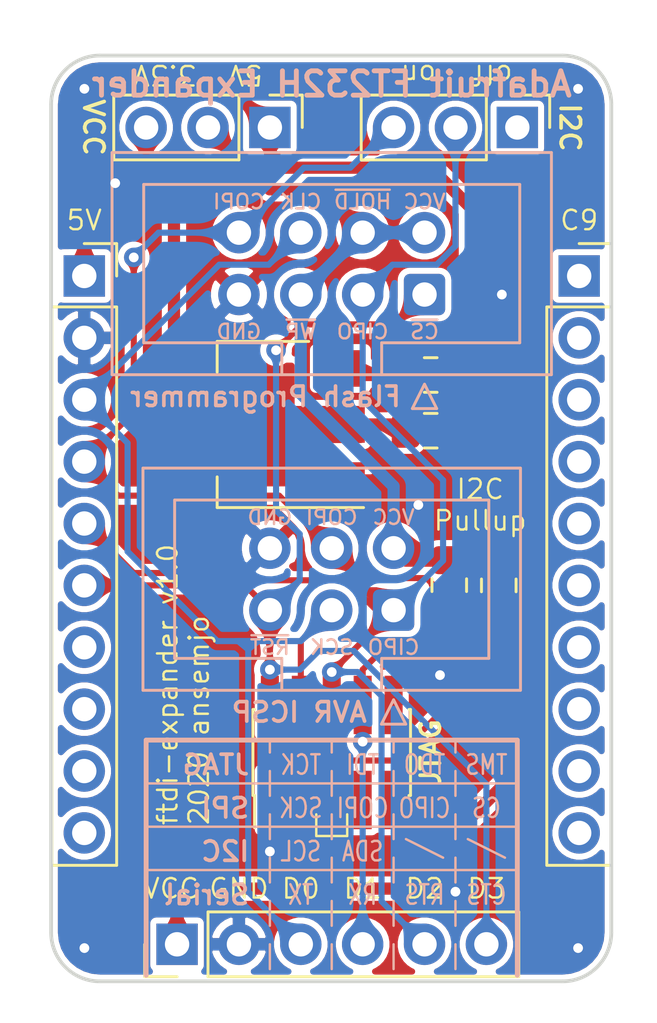
<source format=kicad_pcb>
(kicad_pcb (version 20171130) (host pcbnew 5.1.6)
  (title_block (rev 1))
  (layers (0 Front signal) (31 Back signal) (34 B.Paste user) (35 F.Paste user) (36 B.SilkS user) (37 F.SilkS user) (38 B.Mask user) (39 F.Mask user) (44 Edge.Cuts user))
  (net 0 "")
  (net 1 D3)
  (net 2 D2)
  (net 3 D1)
  (net 4 D0)
  (net 5 GND)
  (net 6 +5V)
  (net 7 +3V3)
  (net 8 VCC)
  (module Connector_PinHeader_2.54mm:PinHeader_1x03_P2.54mm_Vertical (layer Front) (at 142.24 78.232 270)
    (fp_text reference SW2 hide)
    (fp_text value Jumper)
    (pad 3 thru_hole oval (at 0 5.08 270) (size 1.7 1.7) (drill 1) (layers *.Cu *.Mask) (net 3 D1))
    (pad 2 thru_hole oval (at 0 2.54 270) (size 1.7 1.7) (drill 1) (layers *.Cu *.Mask) (net 2 D2))
    (pad 1 thru_hole rect (at 0 0 270) (size 1.7 1.7) (drill 1) (layers *.Cu *.Mask))
  )
  (module Connector_PinHeader_2.54mm:PinHeader_1x03_P2.54mm_Vertical (layer Front) (at 132.08 78.232 270)
    (fp_text reference SW1 hide)
    (fp_text value Jumper)
    (pad 3 thru_hole oval (at 0 5.08 270) (size 1.7 1.7) (drill 1) (layers *.Cu *.Mask) (net 7 +3V3))
    (pad 2 thru_hole oval (at 0 2.54 270) (size 1.7 1.7) (drill 1) (layers *.Cu *.Mask) (net 8 VCC))
    (pad 1 thru_hole rect (at 0 0 270) (size 1.7 1.7) (drill 1) (layers *.Cu *.Mask) (net 6 +5V))
  )
  (module Connector_PinHeader_2.54mm:PinHeader_1x06_P2.54mm_Vertical (layer Front) (at 128.27 111.76 90)
    (fp_text reference J6 hide)
    (fp_text value Conn_01x06_Male)
    (pad 6 thru_hole oval (at 0 12.7 90) (size 1.7 1.7) (drill 1) (layers *.Cu *.Mask) (net 1 D3))
    (pad 5 thru_hole oval (at 0 10.16 90) (size 1.7 1.7) (drill 1) (layers *.Cu *.Mask) (net 2 D2))
    (pad 4 thru_hole oval (at 0 7.62 90) (size 1.7 1.7) (drill 1) (layers *.Cu *.Mask) (net 3 D1))
    (pad 3 thru_hole oval (at 0 5.08 90) (size 1.7 1.7) (drill 1) (layers *.Cu *.Mask) (net 4 D0))
    (pad 2 thru_hole oval (at 0 2.54 90) (size 1.7 1.7) (drill 1) (layers *.Cu *.Mask) (net 5 GND))
    (pad 1 thru_hole rect (at 0 0 90) (size 1.7 1.7) (drill 1) (layers *.Cu *.Mask) (net 8 VCC))
  )
  (module Resistor_SMD:R_0805_2012Metric_Pad1.15x1.40mm_HandSolder (layer Front) (at 141.478 97.028 270)
    (fp_text reference R4 hide)
    (fp_text value 10kΩ)
    (pad 2 smd roundrect (at 1.025 0 270) (size 1.15 1.4) (layers Front F.Paste F.Mask) (roundrect_rratio 0.217391) (net 4 D0))
    (pad 1 smd roundrect (at -1.025 0 270) (size 1.15 1.4) (layers Front F.Paste F.Mask) (roundrect_rratio 0.217391) (net 8 VCC))
  )
  (module Resistor_SMD:R_0805_2012Metric_Pad1.15x1.40mm_HandSolder (layer Front) (at 139.446 97.019 270)
    (fp_text reference R3 hide)
    (fp_text value 10kΩ)
    (pad 2 smd roundrect (at 1.025 0 270) (size 1.15 1.4) (layers Front F.Paste F.Mask) (roundrect_rratio 0.217391) (net 3 D1))
    (pad 1 smd roundrect (at -1.025 0 270) (size 1.15 1.4) (layers Front F.Paste F.Mask) (roundrect_rratio 0.217391) (net 8 VCC))
  )
  (module Capacitor_SMD:C_0805_2012Metric_Pad1.15x1.40mm_HandSolder (layer Front) (at 138.684 90.678 180)
    (fp_text reference C2 hide)
    (fp_text value 1µF)
    (pad 2 smd roundrect (at 1.025 0 180) (size 1.15 1.4) (layers Front F.Paste F.Mask) (roundrect_rratio 0.217391) (net 7 +3V3))
    (pad 1 smd roundrect (at -1.025 0 180) (size 1.15 1.4) (layers Front F.Paste F.Mask) (roundrect_rratio 0.217391) (net 5 GND))
  )
  (module Capacitor_SMD:C_0805_2012Metric_Pad1.15x1.40mm_HandSolder (layer Front) (at 138.684 88.392 180)
    (fp_text reference C1 hide)
    (fp_text value 1µF)
    (pad 2 smd roundrect (at 1.025 0 180) (size 1.15 1.4) (layers Front F.Paste F.Mask) (roundrect_rratio 0.217391) (net 6 +5V))
    (pad 1 smd roundrect (at -1.025 0 180) (size 1.15 1.4) (layers Front F.Paste F.Mask) (roundrect_rratio 0.217391) (net 5 GND))
  )
  (module Connector_IDC:IDC-Header_2x03_P2.54mm_Vertical (layer Back) (at 137.16 98.044 90)
    (fp_text reference J5 hide)
    (fp_text value AVR-ISP-6)
    (pad 6 thru_hole circle (at 2.54 -5.08 90) (size 1.7 1.7) (drill 1) (layers *.Cu *.Mask) (net 5 GND))
    (pad 4 thru_hole circle (at 2.54 -2.54 90) (size 1.7 1.7) (drill 1) (layers *.Cu *.Mask) (net 3 D1))
    (pad 2 thru_hole circle (at 2.54 0 90) (size 1.7 1.7) (drill 1) (layers *.Cu *.Mask) (net 8 VCC))
    (pad 5 thru_hole circle (at 0 -5.08 90) (size 1.7 1.7) (drill 1) (layers *.Cu *.Mask) (net 1 D3))
    (pad 3 thru_hole circle (at 0 -2.54 90) (size 1.7 1.7) (drill 1) (layers *.Cu *.Mask) (net 4 D0))
    (pad 1 thru_hole roundrect (at 0 0 90) (size 1.7 1.7) (drill 1) (layers *.Cu *.Mask) (roundrect_rratio 0.147059) (net 2 D2))
  )
  (module Connector_IDC:IDC-Header_2x04_P2.54mm_Vertical (layer Back) (at 138.43 85.09 90)
    (fp_text reference J4 hide)
    (fp_text value "IDC 02x04")
    (pad 8 thru_hole circle (at 2.54 -7.62 90) (size 1.7 1.7) (drill 1) (layers *.Cu *.Mask) (net 3 D1))
    (pad 6 thru_hole circle (at 2.54 -5.08 90) (size 1.7 1.7) (drill 1) (layers *.Cu *.Mask) (net 4 D0))
    (pad 4 thru_hole circle (at 2.54 -2.54 90) (size 1.7 1.7) (drill 1) (layers *.Cu *.Mask) (net 8 VCC))
    (pad 2 thru_hole circle (at 2.54 0 90) (size 1.7 1.7) (drill 1) (layers *.Cu *.Mask) (net 8 VCC))
    (pad 7 thru_hole circle (at 0 -7.62 90) (size 1.7 1.7) (drill 1) (layers *.Cu *.Mask) (net 5 GND))
    (pad 5 thru_hole circle (at 0 -5.08 90) (size 1.7 1.7) (drill 1) (layers *.Cu *.Mask) (net 8 VCC))
    (pad 3 thru_hole circle (at 0 -2.54 90) (size 1.7 1.7) (drill 1) (layers *.Cu *.Mask) (net 2 D2))
    (pad 1 thru_hole roundrect (at 0 0 90) (size 1.7 1.7) (drill 1) (layers *.Cu *.Mask) (roundrect_rratio 0.147059) (net 1 D3))
  )
  (module Package_TO_SOT_SMD:SOT-223-3_TabPin2 (layer Front) (at 131.826 90.424 180)
    (fp_text reference U1 hide)
    (fp_text value AZ1117EH-3.3TRG1)
    (pad 1 smd rect (at -3.15 -2.3 180) (size 2 1.5) (layers Front F.Paste F.Mask) (net 5 GND))
    (pad 3 smd rect (at -3.15 2.3 180) (size 2 1.5) (layers Front F.Paste F.Mask) (net 6 +5V))
    (pad 2 smd rect (at -3.15 0 180) (size 2 1.5) (layers Front F.Paste F.Mask) (net 7 +3V3))
    (pad 2 smd rect (at 3.15 0 180) (size 2 3.8) (layers Front F.Paste F.Mask) (net 7 +3V3))
  )
  (module Connector_PinHeader_1.27mm:PinHeader_2x05_P1.27mm_Vertical_SMD (layer Front) (at 134.62 103.886 90)
    (fp_text reference J3 hide)
    (fp_text value ARM-JTAG-10)
    (pad 10 smd rect (at 1.95 2.54 90) (size 2.4 0.74) (layers Front F.Paste F.Mask))
    (pad 9 smd rect (at -1.95 2.54 90) (size 2.4 0.74) (layers Front F.Paste F.Mask))
    (pad 8 smd rect (at 1.95 1.27 90) (size 2.4 0.74) (layers Front F.Paste F.Mask) (net 3 D1))
    (pad 7 smd rect (at -1.95 1.27 90) (size 2.4 0.74) (layers Front F.Paste F.Mask))
    (pad 6 smd rect (at 1.95 0 90) (size 2.4 0.74) (layers Front F.Paste F.Mask) (net 2 D2))
    (pad 5 smd rect (at -1.95 0 90) (size 2.4 0.74) (layers Front F.Paste F.Mask) (net 5 GND))
    (pad 4 smd rect (at 1.95 -1.27 90) (size 2.4 0.74) (layers Front F.Paste F.Mask) (net 4 D0))
    (pad 3 smd rect (at -1.95 -1.27 90) (size 2.4 0.74) (layers Front F.Paste F.Mask) (net 5 GND))
    (pad 2 smd rect (at 1.95 -2.54 90) (size 2.4 0.74) (layers Front F.Paste F.Mask) (net 1 D3))
    (pad 1 smd rect (at -1.95 -2.54 90) (size 2.4 0.74) (layers Front F.Paste F.Mask))
  )
  (module Connector_PinSocket_2.54mm:PinSocket_1x10_P2.54mm_Vertical (layer Front) (at 124.46 84.328)
    (fp_text reference J1 hide)
    (fp_text value Conn_01x10)
    (pad 10 thru_hole oval (at 0 22.86) (size 1.7 1.7) (drill 1) (layers *.Cu *.Mask))
    (pad 9 thru_hole oval (at 0 20.32) (size 1.7 1.7) (drill 1) (layers *.Cu *.Mask))
    (pad 8 thru_hole oval (at 0 17.78) (size 1.7 1.7) (drill 1) (layers *.Cu *.Mask))
    (pad 7 thru_hole oval (at 0 15.24) (size 1.7 1.7) (drill 1) (layers *.Cu *.Mask))
    (pad 6 thru_hole oval (at 0 12.7) (size 1.7 1.7) (drill 1) (layers *.Cu *.Mask) (net 1 D3))
    (pad 5 thru_hole oval (at 0 10.16) (size 1.7 1.7) (drill 1) (layers *.Cu *.Mask) (net 2 D2))
    (pad 4 thru_hole oval (at 0 7.62) (size 1.7 1.7) (drill 1) (layers *.Cu *.Mask) (net 3 D1))
    (pad 3 thru_hole oval (at 0 5.08) (size 1.7 1.7) (drill 1) (layers *.Cu *.Mask) (net 4 D0))
    (pad 2 thru_hole oval (at 0 2.54) (size 1.7 1.7) (drill 1) (layers *.Cu *.Mask) (net 5 GND))
    (pad 1 thru_hole rect (at 0 0) (size 1.7 1.7) (drill 1) (layers *.Cu *.Mask) (net 6 +5V))
  )
  (module Connector_PinSocket_2.54mm:PinSocket_1x10_P2.54mm_Vertical (layer Front) (at 144.78 84.328)
    (fp_text reference J2 hide)
    (fp_text value Conn_01x10)
    (pad 10 thru_hole oval (at 0 22.86) (size 1.7 1.7) (drill 1) (layers *.Cu *.Mask))
    (pad 9 thru_hole oval (at 0 20.32) (size 1.7 1.7) (drill 1) (layers *.Cu *.Mask))
    (pad 8 thru_hole oval (at 0 17.78) (size 1.7 1.7) (drill 1) (layers *.Cu *.Mask))
    (pad 7 thru_hole oval (at 0 15.24) (size 1.7 1.7) (drill 1) (layers *.Cu *.Mask))
    (pad 6 thru_hole oval (at 0 12.7) (size 1.7 1.7) (drill 1) (layers *.Cu *.Mask))
    (pad 5 thru_hole oval (at 0 10.16) (size 1.7 1.7) (drill 1) (layers *.Cu *.Mask))
    (pad 4 thru_hole oval (at 0 7.62) (size 1.7 1.7) (drill 1) (layers *.Cu *.Mask))
    (pad 3 thru_hole oval (at 0 5.08) (size 1.7 1.7) (drill 1) (layers *.Cu *.Mask))
    (pad 2 thru_hole oval (at 0 2.54) (size 1.7 1.7) (drill 1) (layers *.Cu *.Mask))
    (pad 1 thru_hole rect (at 0 0) (size 1.7 1.7) (drill 1) (layers *.Cu *.Mask))
  )
  (gr_line (start 139.192 108.204) (end 137.668 107.442) (layer B.SilkS) (width 0.1))
  (gr_line (start 141.732 108.204) (end 140.208 107.442) (layer B.SilkS) (width 0.1))
  (gr_text VCC (at 137.16 94.234) (layer B.SilkS) (effects (font (size 0.6 0.6) (thickness 0.1)) (justify mirror)))
  (gr_text COPI (at 134.62 94.234) (layer B.SilkS) (effects (font (size 0.6 0.6) (thickness 0.1)) (justify mirror)))
  (gr_text GND (at 132.08 94.234) (layer B.SilkS) (effects (font (size 0.6 0.6) (thickness 0.1)) (justify mirror)))
  (gr_text ~RST~ (at 132.08 99.568) (layer B.SilkS) (effects (font (size 0.6 0.6) (thickness 0.1)) (justify mirror)))
  (gr_text SCK (at 134.62 99.568) (layer B.SilkS) (effects (font (size 0.6 0.6) (thickness 0.1)) (justify mirror)))
  (gr_text CIPO (at 137.16 99.568) (layer B.SilkS) (effects (font (size 0.6 0.6) (thickness 0.1)) (justify mirror)))
  (gr_text ~CS~ (at 138.43 86.614) (layer B.SilkS) (effects (font (size 0.6 0.6) (thickness 0.1)) (justify mirror)))
  (gr_text CIPO (at 135.89 86.614) (layer B.SilkS) (effects (font (size 0.6 0.6) (thickness 0.1)) (justify mirror)))
  (gr_text ~WP~ (at 133.35 86.614) (layer B.SilkS) (effects (font (size 0.6 0.6) (thickness 0.1)) (justify mirror)))
  (gr_text GND (at 130.81 86.614) (layer B.SilkS) (effects (font (size 0.6 0.6) (thickness 0.1)) (justify mirror)))
  (gr_text COPI (at 130.81 81.28) (layer B.SilkS) (effects (font (size 0.6 0.6) (thickness 0.1)) (justify mirror)))
  (gr_text CLK (at 133.35 81.28) (layer B.SilkS) (effects (font (size 0.6 0.6) (thickness 0.1)) (justify mirror)))
  (gr_text ~HOLD~ (at 135.89 81.28) (layer B.SilkS) (effects (font (size 0.6 0.6) (thickness 0.1)) (justify mirror)))
  (gr_text VCC (at 138.43 81.28) (layer B.SilkS) (effects (font (size 0.6 0.6) (thickness 0.1)) (justify mirror)))
  (gr_line (start 135.255 107.315) (end 135.255 106.426) (layer F.SilkS) (width 0.1))
  (gr_line (start 133.985 107.315) (end 135.255 107.315) (layer F.SilkS) (width 0.1))
  (gr_line (start 133.985 106.426) (end 133.985 107.315) (layer F.SilkS) (width 0.1))
  (gr_text "ftdi-expander v1.0\n2020 ansemjo" (at 128.524 106.934 90) (layer F.SilkS) (effects (font (size 0.8 0.8) (thickness 0.1)) (justify left)))
  (gr_text "Adafruit FT232H Expander" (at 134.62 76.454) (layer B.SilkS) (effects (font (size 1 1) (thickness 0.2)) (justify mirror)))
  (gr_line (start 132.08 109.982) (end 132.08 110.998) (layer B.SilkS) (width 0.1))
  (gr_line (start 132.08 111.76) (end 132.08 112.776) (layer B.SilkS) (width 0.1))
  (gr_line (start 132.08 108.204) (end 132.08 109.22) (layer B.SilkS) (width 0.1))
  (gr_line (start 132.08 106.426) (end 132.08 107.442) (layer B.SilkS) (width 0.1))
  (gr_line (start 132.08 103.378) (end 132.08 103.886) (layer B.SilkS) (width 0.1))
  (gr_line (start 132.08 104.648) (end 132.08 105.664) (layer B.SilkS) (width 0.1))
  (gr_line (start 134.62 109.982) (end 134.62 110.998) (layer B.SilkS) (width 0.1))
  (gr_line (start 134.62 111.76) (end 134.62 112.776) (layer B.SilkS) (width 0.1))
  (gr_line (start 134.62 108.204) (end 134.62 109.22) (layer B.SilkS) (width 0.1))
  (gr_line (start 134.62 106.426) (end 134.62 107.442) (layer B.SilkS) (width 0.1))
  (gr_line (start 134.62 103.378) (end 134.62 103.886) (layer B.SilkS) (width 0.1))
  (gr_line (start 134.62 104.648) (end 134.62 105.664) (layer B.SilkS) (width 0.1))
  (gr_line (start 137.16 111.76) (end 137.16 112.776) (layer B.SilkS) (width 0.1))
  (gr_line (start 139.7 111.76) (end 139.7 112.776) (layer B.SilkS) (width 0.1))
  (gr_line (start 139.7 109.982) (end 139.7 110.998) (layer B.SilkS) (width 0.1))
  (gr_line (start 137.16 109.982) (end 137.16 110.998) (layer B.SilkS) (width 0.1))
  (gr_line (start 137.16 108.204) (end 137.16 109.22) (layer B.SilkS) (width 0.1))
  (gr_line (start 137.16 106.426) (end 137.16 107.442) (layer B.SilkS) (width 0.1))
  (gr_line (start 137.16 104.648) (end 137.16 105.664) (layer B.SilkS) (width 0.1))
  (gr_line (start 137.16 103.378) (end 137.16 103.886) (layer B.SilkS) (width 0.1))
  (gr_line (start 139.7 108.204) (end 139.7 109.22) (layer B.SilkS) (width 0.1))
  (gr_line (start 139.7 106.426) (end 139.7 107.442) (layer B.SilkS) (width 0.1))
  (gr_line (start 139.7 103.378) (end 139.7 103.886) (layer B.SilkS) (width 0.1))
  (gr_line (start 139.7 104.648) (end 139.7 105.664) (layer B.SilkS) (width 0.1))
  (gr_line (start 142.24 105.156) (end 127 105.156) (layer B.SilkS) (width 0.1))
  (gr_line (start 127 106.934) (end 142.24 106.934) (layer B.SilkS) (width 0.1))
  (gr_line (start 142.24 108.712) (end 127 108.712) (layer B.SilkS) (width 0.1))
  (gr_line (start 127 103.378) (end 127 113.03) (layer B.SilkS) (width 0.2))
  (gr_line (start 142.24 103.378) (end 127 103.378) (layer B.SilkS) (width 0.2))
  (gr_line (start 142.24 113.03) (end 142.24 103.378) (layer B.SilkS) (width 0.2))
  (gr_text JTAG (at 131.318 104.394) (layer B.SilkS) (effects (font (size 0.8 0.8)) (justify left mirror)))
  (gr_text SPI (at 131.318 106.172) (layer B.SilkS) (effects (font (size 0.8 0.8)) (justify left mirror)))
  (gr_text I2C (at 131.318 107.95) (layer B.SilkS) (effects (font (size 0.8 0.8)) (justify left mirror)))
  (gr_text Serial (at 131.318 109.728) (layer B.SilkS) (effects (font (size 0.8 0.8)) (justify left mirror)))
  (gr_text TMS (at 140.97 104.394) (layer B.SilkS) (effects (font (size 0.8 0.6) (thickness 0.1)) (justify mirror)))
  (gr_text CS (at 140.97 106.172) (layer B.SilkS) (effects (font (size 0.8 0.6) (thickness 0.1)) (justify mirror)))
  (gr_text TDO (at 138.43 104.394) (layer B.SilkS) (effects (font (size 0.8 0.6) (thickness 0.1)) (justify mirror)))
  (gr_text CIPO (at 138.43 106.172) (layer B.SilkS) (effects (font (size 0.8 0.6) (thickness 0.1)) (justify mirror)))
  (gr_text TDI (at 135.89 104.394) (layer B.SilkS) (effects (font (size 0.8 0.6) (thickness 0.1)) (justify mirror)))
  (gr_text COPI (at 135.89 106.172) (layer B.SilkS) (effects (font (size 0.8 0.6) (thickness 0.1)) (justify mirror)))
  (gr_text SDA (at 135.89 107.95) (layer B.SilkS) (effects (font (size 0.8 0.6) (thickness 0.1)) (justify mirror)))
  (gr_text TCK (at 133.35 104.394) (layer B.SilkS) (effects (font (size 0.8 0.6) (thickness 0.1)) (justify mirror)))
  (gr_text SCK (at 133.35 106.172) (layer B.SilkS) (effects (font (size 0.8 0.6) (thickness 0.1)) (justify mirror)))
  (gr_text SCL (at 133.35 107.95) (layer B.SilkS) (effects (font (size 0.8 0.6) (thickness 0.1)) (justify mirror)))
  (gr_text CTS (at 140.97 109.728) (layer B.SilkS) (effects (font (size 0.8 0.6) (thickness 0.1)) (justify mirror)))
  (gr_text RTS (at 138.43 109.728) (layer B.SilkS) (effects (font (size 0.8 0.6) (thickness 0.1)) (justify mirror)))
  (gr_text RX (at 135.89 109.728) (layer B.SilkS) (effects (font (size 0.8 0.6) (thickness 0.1)) (justify mirror)))
  (gr_text TX (at 133.35 109.728) (layer B.SilkS) (effects (font (size 0.8 0.6) (thickness 0.1)) (justify mirror)))
  (gr_text C9 (at 144.78 82.042) (layer F.SilkS) (effects (font (size 0.8 0.8) (thickness 0.1))))
  (gr_text 5V (at 124.46 82.042) (layer F.SilkS) (effects (font (size 0.8 0.8) (thickness 0.1))))
  (gr_text JTAG (at 138.684 103.886 90) (layer F.SilkS) (effects (font (size 0.8 0.8))))
  (gr_text D3 (at 140.97 109.474) (layer F.SilkS) (effects (font (size 0.8 0.8) (thickness 0.1))))
  (gr_text D2 (at 138.43 109.474) (layer F.SilkS) (effects (font (size 0.8 0.8) (thickness 0.1))))
  (gr_text D1 (at 135.89 109.474) (layer F.SilkS) (effects (font (size 0.8 0.8) (thickness 0.1))))
  (gr_text D0 (at 133.35 109.474) (layer F.SilkS) (effects (font (size 0.8 0.8) (thickness 0.1))))
  (gr_text GND (at 130.81 109.474) (layer F.SilkS) (effects (font (size 0.8 0.8) (thickness 0.1))))
  (gr_text VCC (at 128.016 109.474) (layer F.SilkS) (effects (font (size 0.8 0.8) (thickness 0.1))))
  (gr_text "AVR ICSP" (at 136.144 102.235) (layer B.SilkS) (effects (font (size 0.8 0.8)) (justify left mirror)))
  (gr_text "Flash Programmer" (at 137.541 89.281) (layer B.SilkS) (effects (font (size 0.8 0.8)) (justify left mirror)))
  (gr_text "I2C\nPullup" (at 140.716 93.726) (layer F.SilkS) (effects (font (size 0.8 0.8) (thickness 0.1))))
  (gr_text off (at 141.224 76.073 180) (layer F.SilkS) (effects (font (size 0.8 0.8) (thickness 0.1))))
  (gr_text on (at 138.176 76.073 180) (layer F.SilkS) (effects (font (size 0.8 0.8) (thickness 0.1))))
  (gr_text 5V (at 131.064 76.073 180) (layer F.SilkS) (effects (font (size 0.8 0.8) (thickness 0.1))))
  (gr_text 3.3V (at 127.762 76.073 180) (layer F.SilkS) (effects (font (size 0.8 0.8) (thickness 0.1))))
  (gr_text I2C (at 144.399 78.232 270) (layer F.SilkS) (effects (font (size 0.8 0.8))))
  (gr_text VCC (at 124.841 78.232 270) (layer F.SilkS) (effects (font (size 0.8 0.8))))
  (gr_arc (start 125.1 77.28) (end 125.1 75.28) (angle -90) (layer Edge.Cuts) (width 0.1524))
  (gr_line (start 125.1 113.28) (end 144.1 113.28) (layer Edge.Cuts) (width 0.1524))
  (gr_line (start 146.1 111.28) (end 146.1 77.28) (layer Edge.Cuts) (width 0.1524))
  (gr_line (start 123.1 77.28) (end 123.1 111.28) (layer Edge.Cuts) (width 0.1524))
  (gr_line (start 144.1 75.28) (end 125.1 75.28) (layer Edge.Cuts) (width 0.1524))
  (gr_arc (start 144.1 77.28) (end 146.1 77.28) (angle -90) (layer Edge.Cuts) (width 0.1524))
  (gr_arc (start 125.1 111.28) (end 123.1 111.28) (angle -90) (layer Edge.Cuts) (width 0.1524))
  (gr_arc (start 144.1 111.28) (end 144.1 113.28) (angle -90) (layer Edge.Cuts) (width 0.1524))
  (segment (start 132.08 101.936) (end 132.08 100.486) (width 0.25) (layer Front) (net 1))
  (segment (start 132.08 98.044) (end 132.08 100.486) (width 0.25) (layer Front) (net 1))
  (segment (start 132.08 99.568) (end 132.093001 99.554999) (width 0.25) (layer Front) (net 1))
  (segment (start 131.445 97.409) (end 132.08 98.044) (width 0.25) (layer Front) (net 1))
  (segment (start 131.064 97.028) (end 131.445 97.409) (width 0.25) (layer Front) (net 1))
  (segment (start 124.46 97.028) (end 131.064 97.028) (width 0.25) (layer Front) (net 1))
  (segment (start 132.08 100.486) (end 132.08 100.486) (width 0.25) (layer Front) (net 1))
  (via (at 132.08 100.486) (size 0.8) (drill 0.4) (layers Front Back) (net 1))
  (segment (start 137.204999 86.315001) (end 138.43 85.09) (width 0.25) (layer Front) (net 1))
  (segment (start 132.334 93.944998) (end 132.334 87.376) (width 0.25) (layer Back) (net 1))
  (segment (start 133.305001 94.915999) (end 132.334 93.944998) (width 0.25) (layer Back) (net 1))
  (segment (start 133.305001 96.818999) (end 133.305001 94.915999) (width 0.25) (layer Back) (net 1))
  (segment (start 132.08 98.044) (end 133.305001 96.818999) (width 0.25) (layer Back) (net 1))
  (via (at 132.334 87.376) (size 0.8) (drill 0.4) (layers Front Back) (net 1))
  (segment (start 132.334 87.376) (end 133.394999 86.315001) (width 0.25) (layer Front) (net 1))
  (segment (start 133.394999 86.315001) (end 137.204999 86.315001) (width 0.25) (layer Front) (net 1))
  (segment (start 140.97 105.189843) (end 140.97 110.557919) (width 0.25) (layer Back) (net 1))
  (segment (start 132.08 100.486) (end 133.316998 100.486) (width 0.25) (layer Back) (net 1))
  (segment (start 140.97 110.557919) (end 140.97 111.76) (width 0.25) (layer Back) (net 1))
  (segment (start 137.165012 101.356886) (end 137.165012 101.384855) (width 0.25) (layer Back) (net 1))
  (segment (start 137.165012 101.384855) (end 140.97 105.189843) (width 0.25) (layer Back) (net 1))
  (segment (start 135.52597 99.717844) (end 137.165012 101.356886) (width 0.25) (layer Back) (net 1))
  (segment (start 133.316998 100.486) (end 134.085154 99.717844) (width 0.25) (layer Back) (net 1))
  (segment (start 134.085154 99.717844) (end 135.52597 99.717844) (width 0.25) (layer Back) (net 1))
  (segment (start 137.16 98.044) (end 137.16 98.106) (width 0.25) (layer Back) (net 2))
  (segment (start 139.192 96.012) (end 137.16 98.044) (width 0.25) (layer Back) (net 2))
  (segment (start 139.192 92.71) (end 139.192 96.012) (width 0.25) (layer Back) (net 2))
  (segment (start 135.89 89.408) (end 139.192 92.71) (width 0.25) (layer Back) (net 2))
  (segment (start 135.89 85.09) (end 135.89 89.408) (width 0.25) (layer Back) (net 2))
  (segment (start 139.7 83.093002) (end 139.7 78.105) (width 0.25) (layer Back) (net 2))
  (segment (start 138.928012 83.86499) (end 139.7 83.093002) (width 0.25) (layer Back) (net 2))
  (segment (start 137.11501 83.86499) (end 138.928012 83.86499) (width 0.25) (layer Back) (net 2))
  (segment (start 135.89 85.09) (end 137.11501 83.86499) (width 0.25) (layer Back) (net 2))
  (segment (start 136.452878 98.044) (end 137.16 98.044) (width 0.25) (layer Front) (net 2))
  (segment (start 135.227877 96.818999) (end 136.452878 98.044) (width 0.25) (layer Front) (net 2))
  (segment (start 131.581997 96.818999) (end 135.227877 96.818999) (width 0.25) (layer Front) (net 2))
  (segment (start 131.282998 96.52) (end 131.581997 96.818999) (width 0.25) (layer Front) (net 2))
  (segment (start 126.492 96.52) (end 131.282998 96.52) (width 0.25) (layer Front) (net 2))
  (segment (start 124.46 94.488) (end 126.492 96.52) (width 0.25) (layer Front) (net 2))
  (segment (start 134.62 100.584) (end 134.62 100.584) (width 0.25) (layer Front) (net 2))
  (segment (start 134.62 100.584004) (end 134.620004 100.584) (width 0.25) (layer Front) (net 2))
  (segment (start 137.16 98.044) (end 134.620004 100.583996) (width 0.25) (layer Front) (net 2))
  (via (at 134.620004 100.584) (size 0.8) (drill 0.4) (layers Front Back) (net 2))
  (segment (start 134.620004 100.583996) (end 134.620004 100.584) (width 0.25) (layer Front) (net 2))
  (segment (start 134.62 101.936) (end 134.62 100.584004) (width 0.25) (layer Front) (net 2))
  (segment (start 135.685004 100.584) (end 136.665001 101.563997) (width 0.25) (layer Back) (net 2))
  (segment (start 136.665001 109.995001) (end 137.580001 110.910001) (width 0.25) (layer Back) (net 2))
  (segment (start 137.580001 110.910001) (end 138.43 111.76) (width 0.25) (layer Back) (net 2))
  (segment (start 134.620004 100.584) (end 135.685004 100.584) (width 0.25) (layer Back) (net 2))
  (segment (start 136.665001 101.563997) (end 136.665001 109.995001) (width 0.25) (layer Back) (net 2))
  (segment (start 130.81 82.55) (end 133.477 79.883) (width 0.25) (layer Back) (net 3))
  (segment (start 135.382 79.883) (end 137.16 78.105) (width 0.25) (layer Back) (net 3))
  (segment (start 133.477 79.883) (end 135.382 79.883) (width 0.25) (layer Back) (net 3))
  (segment (start 126.492 89.916) (end 126.492 83.566) (width 0.25) (layer Front) (net 3))
  (segment (start 124.46 91.948) (end 126.492 89.916) (width 0.25) (layer Front) (net 3))
  (segment (start 130.81 82.55) (end 127.508 82.55) (width 0.25) (layer Back) (net 3))
  (segment (start 127.508 82.55) (end 126.492 83.566) (width 0.25) (layer Back) (net 3))
  (via (at 126.492 83.566) (size 0.8) (drill 0.4) (layers Front Back) (net 3))
  (segment (start 139.446 97.663) (end 139.446 98.044) (width 0.25) (layer Front) (net 3))
  (segment (start 138.512001 96.729001) (end 139.446 97.663) (width 0.25) (layer Front) (net 3))
  (segment (start 135.845001 96.729001) (end 138.512001 96.729001) (width 0.25) (layer Front) (net 3))
  (segment (start 134.62 95.504) (end 135.845001 96.729001) (width 0.25) (layer Front) (net 3))
  (segment (start 135.89 111.76) (end 135.89 103.4415) (width 0.25) (layer Back) (net 3))
  (via (at 135.89 103.4415) (size 0.8) (drill 0.4) (layers Front Back) (net 3))
  (segment (start 135.89 101.936) (end 135.89 103.4415) (width 0.25) (layer Front) (net 3))
  (segment (start 132.461 93.345) (end 134.62 95.504) (width 0.25) (layer Front) (net 3))
  (segment (start 125.857 93.345) (end 132.461 93.345) (width 0.25) (layer Front) (net 3))
  (segment (start 124.46 91.948) (end 125.857 93.345) (width 0.25) (layer Front) (net 3))
  (segment (start 138.22099 99.26901) (end 139.446 98.044) (width 0.25) (layer Front) (net 3))
  (segment (start 135.89 100.486) (end 137.10699 99.26901) (width 0.25) (layer Front) (net 3))
  (segment (start 137.10699 99.26901) (end 138.22099 99.26901) (width 0.25) (layer Front) (net 3))
  (segment (start 135.89 101.936) (end 135.89 100.486) (width 0.25) (layer Front) (net 3))
  (segment (start 133.35 99.314) (end 133.35 101.936) (width 0.25) (layer Front) (net 4))
  (segment (start 134.62 98.044) (end 133.35 99.314) (width 0.25) (layer Front) (net 4))
  (segment (start 133.35 99.314) (end 134.62 98.044) (width 0.25) (layer Back) (net 4))
  (segment (start 130.683 99.314) (end 133.35 99.314) (width 0.25) (layer Back) (net 4))
  (segment (start 131.191 109.601) (end 133.35 111.76) (width 0.25) (layer Back) (net 4))
  (segment (start 131.191 99.314) (end 131.191 109.601) (width 0.25) (layer Back) (net 4))
  (segment (start 133.35 101.936) (end 133.35 103.1875) (width 0.25) (layer Front) (net 4))
  (segment (start 141.478 99.863002) (end 141.478 98.053) (width 0.25) (layer Front) (net 4))
  (segment (start 133.35 103.1875) (end 134.379002 104.216502) (width 0.25) (layer Front) (net 4))
  (segment (start 134.379002 104.216502) (end 137.1245 104.216502) (width 0.25) (layer Front) (net 4))
  (segment (start 137.1245 104.216502) (end 141.478 99.863002) (width 0.25) (layer Front) (net 4))
  (segment (start 130.003001 83.864999) (end 132.035001 83.864999) (width 0.25) (layer Back) (net 4))
  (segment (start 132.035001 83.864999) (end 133.35 82.55) (width 0.25) (layer Back) (net 4))
  (segment (start 124.46 89.408) (end 130.003001 83.864999) (width 0.25) (layer Back) (net 4))
  (segment (start 126.238 95.635002) (end 126.238 91.186) (width 0.25) (layer Back) (net 4))
  (segment (start 126.238 91.186) (end 124.46 89.408) (width 0.25) (layer Back) (net 4))
  (segment (start 127.421997 96.818999) (end 126.238 95.635002) (width 0.25) (layer Back) (net 4))
  (segment (start 127.425999 96.818999) (end 127.421997 96.818999) (width 0.25) (layer Back) (net 4))
  (segment (start 129.921 99.314) (end 127.425999 96.818999) (width 0.25) (layer Back) (net 4))
  (segment (start 130.81 99.314) (end 129.921 99.314) (width 0.25) (layer Back) (net 4))
  (via (at 125.73 80.518) (size 0.8) (drill 0.4) (layers Front Back) (net 5))
  (via (at 141.605 85.09) (size 0.8) (drill 0.4) (layers Front Back) (net 5))
  (via (at 138.176 93.726) (size 0.8) (drill 0.4) (layers Front Back) (net 5))
  (via (at 124.465 76.645) (size 0.8) (drill 0.4) (layers Front Back) (net 5))
  (via (at 144.735 76.645) (size 0.8) (drill 0.4) (layers Front Back) (net 5))
  (via (at 144.735 111.915) (size 0.8) (drill 0.4) (layers Front Back) (net 5))
  (via (at 124.465 111.915) (size 0.8) (drill 0.4) (layers Front Back) (net 5))
  (via (at 132.08 107.95) (size 0.8) (drill 0.4) (layers Front Back) (net 5))
  (via (at 139.7 109.601) (size 0.8) (drill 0.4) (layers Front Back) (net 5))
  (via (at 139.065 100.711) (size 0.8) (drill 0.4) (layers Front Back) (net 5))
  (segment (start 135.244 88.392) (end 134.976 88.124) (width 0.5) (layer Front) (net 6))
  (segment (start 137.659 88.392) (end 135.244 88.392) (width 0.5) (layer Front) (net 6))
  (segment (start 137.659 88.138) (end 137.668 88.138) (width 0.5) (layer Front) (net 6))
  (segment (start 138.675 87.122) (end 137.659 88.138) (width 0.5) (layer Front) (net 6))
  (segment (start 139.573 87.122) (end 138.675 87.122) (width 0.5) (layer Front) (net 6))
  (segment (start 140.335 86.36) (end 139.573 87.122) (width 0.5) (layer Front) (net 6))
  (segment (start 140.335 81.534) (end 140.335 86.36) (width 0.5) (layer Front) (net 6))
  (segment (start 138.684 79.883) (end 140.335 81.534) (width 0.5) (layer Front) (net 6))
  (segment (start 132.715 79.883) (end 138.684 79.883) (width 0.5) (layer Front) (net 6))
  (segment (start 132.08 77.978) (end 132.08 79.248) (width 0.5) (layer Front) (net 6))
  (segment (start 132.08 79.248) (end 132.715 79.883) (width 0.5) (layer Front) (net 6))
  (segment (start 124.46 84.328) (end 124.46 78.105) (width 0.5) (layer Front) (net 6))
  (segment (start 130.729999 76.881999) (end 132.08 78.232) (width 0.5) (layer Front) (net 6))
  (segment (start 125.683001 76.881999) (end 130.729999 76.881999) (width 0.5) (layer Front) (net 6))
  (segment (start 124.46 78.105) (end 125.683001 76.881999) (width 0.5) (layer Front) (net 6))
  (segment (start 127 80.01) (end 127 77.978) (width 0.5) (layer Front) (net 7))
  (segment (start 128.143 81.153) (end 127 80.01) (width 0.5) (layer Front) (net 7))
  (segment (start 128.143 88.646) (end 128.143 81.153) (width 0.5) (layer Front) (net 7))
  (segment (start 128.676 89.179) (end 128.143 88.646) (width 0.5) (layer Front) (net 7))
  (segment (start 128.676 90.424) (end 128.676 89.179) (width 0.5) (layer Front) (net 7))
  (segment (start 137.405 90.424) (end 137.659 90.678) (width 0.5) (layer Front) (net 7))
  (segment (start 134.976 90.424) (end 137.405 90.424) (width 0.5) (layer Front) (net 7))
  (segment (start 138.43 82.55) (end 135.89 82.55) (width 0.5) (layer Back) (net 8))
  (segment (start 135.89 82.55) (end 133.35 85.09) (width 0.5) (layer Back) (net 8))
  (segment (start 137.16 92.964) (end 137.16 95.504) (width 0.5) (layer Back) (net 8))
  (segment (start 133.35 89.154) (end 137.16 92.964) (width 0.5) (layer Back) (net 8))
  (segment (start 133.35 85.09) (end 133.35 89.154) (width 0.5) (layer Back) (net 8))
  (segment (start 137.668 96.012) (end 137.16 95.504) (width 0.5) (layer Front) (net 8))
  (segment (start 139.7 96.012) (end 137.668 96.012) (width 0.5) (layer Front) (net 8))
  (segment (start 139.709 96.003) (end 139.7 96.012) (width 0.5) (layer Front) (net 8))
  (segment (start 141.732 96.003) (end 139.709 96.003) (width 0.5) (layer Front) (net 8))
  (segment (start 142.748 97.019) (end 141.732 96.003) (width 0.5) (layer Front) (net 8))
  (segment (start 142.748 104.14) (end 142.748 97.019) (width 0.5) (layer Front) (net 8))
  (segment (start 137.414 109.474) (end 142.748 104.14) (width 0.5) (layer Front) (net 8))
  (segment (start 129.286 109.474) (end 137.414 109.474) (width 0.5) (layer Front) (net 8))
  (segment (start 128.27 110.49) (end 129.286 109.474) (width 0.5) (layer Front) (net 8))
  (segment (start 128.27 111.76) (end 128.27 110.49) (width 0.5) (layer Front) (net 8))
  (segment (start 132.08 80.772) (end 129.54 78.232) (width 0.5) (layer Front) (net 8))
  (segment (start 134.112 80.772) (end 132.08 80.772) (width 0.5) (layer Front) (net 8))
  (segment (start 135.89 82.55) (end 134.112 80.772) (width 0.5) (layer Front) (net 8))
  (zone (net 5) (net_name GND) (layer Front) (connect_pads (clearance 0.2)) (min_thickness 0.254) (fill yes (arc_segments 32) (thermal_gap 0.3) (thermal_bridge_width 0.508))
    (polygon (pts (xy 147 114) (xy 122 114) (xy 122 74) (xy 147 74)))
  )
  (zone (net 5) (net_name GND) (layer Back) (connect_pads (clearance 0.2)) (min_thickness 0.254) (fill yes (arc_segments 32) (thermal_gap 0.3) (thermal_bridge_width 0.508))
    (polygon (pts (xy 148 115) (xy 121 115) (xy 121 73) (xy 148 73)))
  )
  (zone (net 7) (net_name +3V3) (layer Front) (priority 10) (connect_pads thru_hole_only (clearance 0.2)) (min_thickness 0.254) (fill yes (arc_segments 32) (thermal_gap 0.3) (thermal_bridge_width 0.508))
    (polygon (pts (xy 133.096 89.662) (xy 133.858 89.662) (xy 135.9535 89.662) (xy 135.9535 91.186) (xy 133.858 91.186) (xy 133.096 91.186) (xy 133.096 92.964) (xy 127.508 92.964) (xy 127.508 87.884) (xy 133.096 87.884)))
  )
  (zone (net 4) (net_name D0) (layer Back) (priority 10) (connect_pads (clearance 0.2)) (min_thickness 0.254) (fill yes (arc_segments 32) (thermal_gap 0.508) (thermal_bridge_width 0.508))
    (polygon (pts (xy 131.953 99.187) (xy 131.191 99.822) (xy 130.429 99.187)))
  )
  (zone (net 1) (net_name D3) (layer Front) (priority 16962) (connect_pads yes (clearance 0.25)) (min_thickness 0.0254) (fill yes (arc_segments 32) (thermal_gap 0.508) (thermal_bridge_width 0.508))
    (polygon (pts (xy 132.205 101.149904) (xy 132.206549 101.105384) (xy 132.211199 101.062352) (xy 132.218949 101.020808) (xy 132.229799 100.980752) (xy 132.243749 100.942183) (xy 132.260799 100.905102) (xy 132.280949 100.869509) (xy 132.304199 100.835404) (xy 132.330549 100.802786) (xy 132.36 100.771657) (xy 132.08 100.286) (xy 131.8 100.771657) (xy 131.82945 100.802786) (xy 131.8558 100.835404) (xy 131.87905 100.869509) (xy 131.8992 100.905102) (xy 131.91625 100.942183) (xy 131.9302 100.980752) (xy 131.94105 101.020808) (xy 131.9488 101.062352) (xy 131.95345 101.105384) (xy 131.955 101.149904)))
  )
  (zone (net 1) (net_name D3) (layer Front) (priority 16962) (connect_pads yes (clearance 0.25)) (min_thickness 0.0254) (fill yes (arc_segments 32) (thermal_gap 0.508) (thermal_bridge_width 0.508))
    (polygon (pts (xy 131.955 101.344521) (xy 131.95366 101.383055) (xy 131.94964 101.420298) (xy 131.94294 101.456251) (xy 131.93356 101.490912) (xy 131.9215 101.524282) (xy 131.90676 101.556361) (xy 131.88934 101.58715) (xy 131.86924 101.616647) (xy 131.84646 101.644853) (xy 131.821001 101.671768) (xy 132.08 102.121) (xy 132.338999 101.671768) (xy 132.313539 101.644853) (xy 132.290759 101.616647) (xy 132.270659 101.58715) (xy 132.253239 101.556361) (xy 132.238499 101.524282) (xy 132.226439 101.490912) (xy 132.217059 101.456251) (xy 132.210359 101.420298) (xy 132.206339 101.383055) (xy 132.205 101.344521)))
  )
  (zone (net 1) (net_name D3) (layer Front) (priority 16962) (connect_pads yes (clearance 0.25)) (min_thickness 0.0254) (fill yes (arc_segments 32) (thermal_gap 0.508) (thermal_bridge_width 0.508))
    (polygon (pts (xy 131.955 99.822096) (xy 131.95345 99.866615) (xy 131.9488 99.909647) (xy 131.94105 99.951191) (xy 131.9302 99.991247) (xy 131.91625 100.029816) (xy 131.8992 100.066897) (xy 131.87905 100.10249) (xy 131.8558 100.136595) (xy 131.82945 100.169213) (xy 131.8 100.200343) (xy 132.08 100.686) (xy 132.36 100.200343) (xy 132.330549 100.169213) (xy 132.304199 100.136595) (xy 132.280949 100.10249) (xy 132.260799 100.066897) (xy 132.243749 100.029816) (xy 132.229799 99.991247) (xy 132.218949 99.951191) (xy 132.211199 99.909647) (xy 132.206549 99.866615) (xy 132.205 99.822096)))
  )
  (zone (net 1) (net_name D3) (layer Front) (priority 16962) (connect_pads yes (clearance 0.25)) (min_thickness 0.0254) (fill yes (arc_segments 32) (thermal_gap 0.508) (thermal_bridge_width 0.508))
    (polygon (pts (xy 132.205 99.794295) (xy 132.2097 99.659997) (xy 132.2238 99.530137) (xy 132.2473 99.404715) (xy 132.2802 99.283731) (xy 132.3225 99.167185) (xy 132.3742 99.055077) (xy 132.4353 98.947406) (xy 132.5058 98.844173) (xy 132.5857 98.745378) (xy 132.675 98.651021) (xy 132.08 97.619) (xy 131.485 98.651021) (xy 131.5743 98.745378) (xy 131.6542 98.844173) (xy 131.7247 98.947406) (xy 131.7858 99.055077) (xy 131.8375 99.167185) (xy 131.8798 99.283731) (xy 131.9127 99.404715) (xy 131.9362 99.530137) (xy 131.9503 99.659997) (xy 131.955 99.794295)))
  )
  (zone (net 1) (net_name D3) (layer Front) (priority 16962) (connect_pads yes (clearance 0.25)) (min_thickness 0.0254) (fill yes (arc_segments 32) (thermal_gap 0.508) (thermal_bridge_width 0.508))
    (polygon (pts (xy 126.210295 96.903) (xy 126.075997 96.8983) (xy 125.946137 96.8842) (xy 125.820715 96.8607) (xy 125.699731 96.8278) (xy 125.583185 96.7855) (xy 125.471077 96.7338) (xy 125.363406 96.6727) (xy 125.260173 96.6022) (xy 125.161378 96.5223) (xy 125.067021 96.433) (xy 124.035 97.028) (xy 125.067021 97.623) (xy 125.161378 97.5337) (xy 125.260173 97.4538) (xy 125.363406 97.3833) (xy 125.471076 97.3222) (xy 125.583185 97.2705) (xy 125.699731 97.2282) (xy 125.820715 97.1953) (xy 125.946137 97.1718) (xy 126.075997 97.1577) (xy 126.210295 97.153)))
  )
  (zone (net 1) (net_name D3) (layer Front) (priority 16962) (connect_pads yes (clearance 0.25)) (min_thickness 0.0254) (fill yes (arc_segments 32) (thermal_gap 0.508) (thermal_bridge_width 0.508))
    (polygon (pts (xy 137.293388 86.403389) (xy 137.389271 86.314152) (xy 137.488916 86.234447) (xy 137.592323 86.164274) (xy 137.699492 86.103633) (xy 137.810422 86.052524) (xy 137.925114 86.010946) (xy 138.043568 85.978901) (xy 138.165783 85.956388) (xy 138.291761 85.943406) (xy 138.4215 85.939957) (xy 138.73052 84.78948) (xy 137.580043 85.0985) (xy 137.576593 85.228238) (xy 137.563611 85.354216) (xy 137.541098 85.476431) (xy 137.509053 85.594885) (xy 137.467476 85.709577) (xy 137.416366 85.820507) (xy 137.355725 85.927676) (xy 137.285552 86.031083) (xy 137.205847 86.130728) (xy 137.116611 86.226612)))
  )
  (zone (net 1) (net_name D3) (layer Back) (priority 16962) (connect_pads yes (clearance 0.25)) (min_thickness 0.0254) (fill yes (arc_segments 32) (thermal_gap 0.508) (thermal_bridge_width 0.508))
    (polygon (pts (xy 132.459 88.039904) (xy 132.460549 87.995384) (xy 132.465199 87.952352) (xy 132.472949 87.910808) (xy 132.483799 87.870752) (xy 132.497749 87.832183) (xy 132.514799 87.795102) (xy 132.534949 87.759509) (xy 132.558199 87.725404) (xy 132.584549 87.692786) (xy 132.614 87.661657) (xy 132.334 87.176) (xy 132.054 87.661657) (xy 132.08345 87.692786) (xy 132.1098 87.725404) (xy 132.13305 87.759509) (xy 132.1532 87.795102) (xy 132.17025 87.832183) (xy 132.1842 87.870752) (xy 132.19505 87.910808) (xy 132.2028 87.952352) (xy 132.20745 87.995384) (xy 132.209 88.039904)))
  )
  (zone (net 1) (net_name D3) (layer Back) (priority 16962) (connect_pads yes (clearance 0.25)) (min_thickness 0.0254) (fill yes (arc_segments 32) (thermal_gap 0.508) (thermal_bridge_width 0.508))
    (polygon (pts (xy 133.216612 96.730611) (xy 133.120728 96.819847) (xy 133.021083 96.899552) (xy 132.917676 96.969725) (xy 132.810507 97.030366) (xy 132.699577 97.081476) (xy 132.584885 97.123053) (xy 132.466431 97.155098) (xy 132.344216 97.177611) (xy 132.218238 97.190593) (xy 132.0885 97.194043) (xy 131.77948 98.34452) (xy 132.929957 98.0355) (xy 132.933406 97.905761) (xy 132.946388 97.779783) (xy 132.968901 97.657568) (xy 133.000946 97.539114) (xy 133.042524 97.424422) (xy 133.093633 97.313492) (xy 133.154274 97.206323) (xy 133.224447 97.102916) (xy 133.304152 97.003271) (xy 133.393389 96.907388)))
  )
  (zone (net 1) (net_name D3) (layer Front) (priority 16962) (connect_pads yes (clearance 0.25)) (min_thickness 0.0254) (fill yes (arc_segments 32) (thermal_gap 0.508) (thermal_bridge_width 0.508))
    (polygon (pts (xy 132.715063 86.81816) (xy 132.682486 86.848544) (xy 132.64877 86.875684) (xy 132.613914 86.89958) (xy 132.577918 86.920232) (xy 132.540781 86.93764) (xy 132.502505 86.951804) (xy 132.463089 86.962724) (xy 132.422532 86.9704) (xy 132.380836 86.974832) (xy 132.338 86.976021) (xy 132.192579 87.517421) (xy 132.733979 87.372) (xy 132.735167 87.329163) (xy 132.739599 87.287467) (xy 132.747275 87.24691) (xy 132.758195 87.207494) (xy 132.772359 87.169218) (xy 132.789767 87.132081) (xy 132.810419 87.096085) (xy 132.834315 87.061229) (xy 132.861455 87.027513) (xy 132.89184 86.994937)))
  )
  (zone (net 1) (net_name D3) (layer Back) (priority 16962) (connect_pads yes (clearance 0.25)) (min_thickness 0.0254) (fill yes (arc_segments 32) (thermal_gap 0.508) (thermal_bridge_width 0.508))
    (polygon (pts (xy 132.743904 100.361) (xy 132.699384 100.35945) (xy 132.656352 100.3548) (xy 132.614808 100.34705) (xy 132.574752 100.3362) (xy 132.536183 100.32225) (xy 132.499102 100.3052) (xy 132.463509 100.28505) (xy 132.429404 100.2618) (xy 132.396786 100.23545) (xy 132.365657 100.206) (xy 131.88 100.486) (xy 132.365657 100.766) (xy 132.396786 100.736549) (xy 132.429404 100.710199) (xy 132.463509 100.686949) (xy 132.499102 100.666799) (xy 132.536183 100.649749) (xy 132.574752 100.635799) (xy 132.614808 100.624949) (xy 132.656352 100.617199) (xy 132.699384 100.612549) (xy 132.743904 100.611)))
  )
  (zone (net 1) (net_name D3) (layer Back) (priority 16962) (connect_pads yes (clearance 0.25)) (min_thickness 0.0254) (fill yes (arc_segments 32) (thermal_gap 0.508) (thermal_bridge_width 0.508))
    (polygon (pts (xy 140.845 110.557919) (xy 140.8403 110.588055) (xy 140.8262 110.624719) (xy 140.8027 110.667908) (xy 140.7698 110.717625) (xy 140.7275 110.773868) (xy 140.6758 110.836637) (xy 140.6147 110.905932) (xy 140.5442 110.981755) (xy 140.4643 111.064103) (xy 140.375 111.152979) (xy 140.97 112.185) (xy 141.565 111.152979) (xy 141.4757 111.064103) (xy 141.3958 110.981755) (xy 141.3253 110.905932) (xy 141.2642 110.836637) (xy 141.2125 110.773868) (xy 141.1702 110.717625) (xy 141.1373 110.667908) (xy 141.1138 110.624719) (xy 141.0997 110.588055) (xy 141.095 110.557919)))
  )
  (zone (net 2) (net_name D2) (layer Back) (priority 16962) (connect_pads yes (clearance 0.25)) (min_thickness 0.0254) (fill yes (arc_segments 32) (thermal_gap 0.508) (thermal_bridge_width 0.508))
    (polygon (pts (xy 138.309257 96.717967) (xy 138.21097 96.809606) (xy 138.109176 96.89146) (xy 138.003872 96.96353) (xy 137.89506 97.025815) (xy 137.782738 97.078315) (xy 137.666908 97.12103) (xy 137.547569 97.15396) (xy 137.424721 97.177106) (xy 137.298365 97.190467) (xy 137.1685 97.194043) (xy 136.85948 98.34452) (xy 138.009957 98.0355) (xy 138.013533 97.905634) (xy 138.026893 97.779278) (xy 138.050039 97.65643) (xy 138.082969 97.537091) (xy 138.125685 97.421261) (xy 138.178185 97.308939) (xy 138.240469 97.200127) (xy 138.312539 97.094823) (xy 138.394393 96.993029) (xy 138.486033 96.894743)))
  )
  (zone (net 2) (net_name D2) (layer Back) (priority 16962) (connect_pads yes (clearance 0.25)) (min_thickness 0.0254) (fill yes (arc_segments 32) (thermal_gap 0.508) (thermal_bridge_width 0.508))
    (polygon (pts (xy 136.015 86.840295) (xy 136.0197 86.705997) (xy 136.0338 86.576137) (xy 136.0573 86.450715) (xy 136.0902 86.329731) (xy 136.1325 86.213185) (xy 136.1842 86.101077) (xy 136.2453 85.993406) (xy 136.3158 85.890173) (xy 136.3957 85.791378) (xy 136.485 85.697021) (xy 135.89 84.665) (xy 135.295 85.697021) (xy 135.3843 85.791378) (xy 135.4642 85.890173) (xy 135.5347 85.993406) (xy 135.5958 86.101077) (xy 135.6475 86.213185) (xy 135.6898 86.329731) (xy 135.7227 86.450715) (xy 135.7462 86.576137) (xy 135.7603 86.705997) (xy 135.765 86.840295)))
  )
  (zone (net 2) (net_name D2) (layer Back) (priority 16962) (connect_pads yes (clearance 0.25)) (min_thickness 0.0254) (fill yes (arc_segments 32) (thermal_gap 0.508) (thermal_bridge_width 0.508))
    (polygon (pts (xy 139.825 79.855295) (xy 139.8297 79.745127) (xy 139.8438 79.636857) (xy 139.8673 79.530485) (xy 139.9002 79.426011) (xy 139.9425 79.323435) (xy 139.9942 79.222757) (xy 140.0553 79.123976) (xy 140.1258 79.027093) (xy 140.2057 78.932108) (xy 140.295 78.839021) (xy 139.7 77.807) (xy 139.105 78.839021) (xy 139.1943 78.932108) (xy 139.2742 79.027093) (xy 139.3447 79.123976) (xy 139.4058 79.222757) (xy 139.4575 79.323435) (xy 139.4998 79.426011) (xy 139.5327 79.530485) (xy 139.5562 79.636857) (xy 139.5703 79.745127) (xy 139.575 79.855295)))
  )
  (zone (net 2) (net_name D2) (layer Back) (priority 16962) (connect_pads yes (clearance 0.25)) (min_thickness 0.0254) (fill yes (arc_segments 32) (thermal_gap 0.508) (thermal_bridge_width 0.508))
    (polygon (pts (xy 137.026621 83.776602) (xy 136.930735 83.86584) (xy 136.831089 83.945547) (xy 136.72768 84.015721) (xy 136.620511 84.076363) (xy 136.509579 84.127473) (xy 136.394886 84.169051) (xy 136.276432 84.201097) (xy 136.154216 84.223611) (xy 136.028239 84.236593) (xy 135.8985 84.240043) (xy 135.58948 85.39052) (xy 136.739957 85.0815) (xy 136.743406 84.95176) (xy 136.756388 84.825783) (xy 136.778902 84.703567) (xy 136.810948 84.585113) (xy 136.852526 84.47042) (xy 136.903636 84.359488) (xy 136.964278 84.252319) (xy 137.034453 84.14891) (xy 137.114159 84.049264) (xy 137.203398 83.953379)))
  )
  (zone (net 2) (net_name D2) (layer Front) (priority 16962) (connect_pads yes (clearance 0.25)) (min_thickness 0.0254) (fill yes (arc_segments 32) (thermal_gap 0.508) (thermal_bridge_width 0.508))
    (polygon (pts (xy 135.139489 96.907388) (xy 135.363079 97.003271) (xy 135.562994 97.102916) (xy 135.739235 97.206323) (xy 135.891802 97.313492) (xy 136.020695 97.424422) (xy 136.125913 97.539114) (xy 136.207457 97.657568) (xy 136.265327 97.779783) (xy 136.299522 97.905761) (xy 136.310043 98.0355) (xy 137.46052 98.34452) (xy 137.1515 97.194043) (xy 137.014689 97.190593) (xy 136.867498 97.177611) (xy 136.709927 97.155098) (xy 136.541975 97.123053) (xy 136.363642 97.081476) (xy 136.174928 97.030366) (xy 135.975833 96.969725) (xy 135.766358 96.899552) (xy 135.546502 96.819847) (xy 135.316266 96.730611)))
  )
  (zone (net 2) (net_name D2) (layer Front) (priority 16962) (connect_pads yes (clearance 0.25)) (min_thickness 0.0254) (fill yes (arc_segments 32) (thermal_gap 0.508) (thermal_bridge_width 0.508))
    (polygon (pts (xy 125.786033 95.637257) (xy 125.694393 95.53897) (xy 125.612539 95.437176) (xy 125.540469 95.331872) (xy 125.478185 95.22306) (xy 125.425685 95.110738) (xy 125.382969 94.994908) (xy 125.350039 94.875569) (xy 125.326893 94.752721) (xy 125.313533 94.626365) (xy 125.309957 94.4965) (xy 124.15948 94.18748) (xy 124.4685 95.337957) (xy 124.598365 95.341533) (xy 124.724721 95.354893) (xy 124.847569 95.378039) (xy 124.966908 95.410969) (xy 125.082738 95.453685) (xy 125.19506 95.506185) (xy 125.303872 95.568469) (xy 125.409176 95.640539) (xy 125.51097 95.722393) (xy 125.609257 95.814033)))
  )
  (zone (net 2) (net_name D2) (layer Front) (priority 16962) (connect_pads yes (clearance 0.25)) (min_thickness 0.0254) (fill yes (arc_segments 32) (thermal_gap 0.508) (thermal_bridge_width 0.508))
    (polygon (pts (xy 135.001067 100.026156) (xy 134.96849 100.05654) (xy 134.934774 100.083681) (xy 134.899918 100.107578) (xy 134.863922 100.128231) (xy 134.826785 100.145639) (xy 134.788509 100.159804) (xy 134.749093 100.170724) (xy 134.708536 100.1784) (xy 134.66684 100.182832) (xy 134.624004 100.184021) (xy 134.478583 100.725421) (xy 135.019983 100.58) (xy 135.021171 100.537163) (xy 135.025603 100.495467) (xy 135.033279 100.45491) (xy 135.044199 100.415493) (xy 135.058363 100.377217) (xy 135.075771 100.34008) (xy 135.096423 100.304083) (xy 135.120319 100.269226) (xy 135.147459 100.235509) (xy 135.177844 100.202933)))
  )
  (zone (net 2) (net_name D2) (layer Front) (priority 16962) (connect_pads yes (clearance 0.25)) (min_thickness 0.0254) (fill yes (arc_segments 32) (thermal_gap 0.508) (thermal_bridge_width 0.508))
    (polygon (pts (xy 136.010743 99.370033) (xy 136.109029 99.278393) (xy 136.210823 99.196539) (xy 136.316127 99.124469) (xy 136.424939 99.062185) (xy 136.537261 99.009685) (xy 136.653091 98.966969) (xy 136.77243 98.934039) (xy 136.895278 98.910893) (xy 137.021634 98.897533) (xy 137.1515 98.893957) (xy 137.46052 97.74348) (xy 136.310043 98.0525) (xy 136.306467 98.182365) (xy 136.293106 98.308721) (xy 136.26996 98.431569) (xy 136.23703 98.550908) (xy 136.194315 98.666738) (xy 136.141815 98.77906) (xy 136.07953 98.887872) (xy 136.00746 98.993176) (xy 135.925606 99.09497) (xy 135.833967 99.193257)))
  )
  (zone (net 2) (net_name D2) (layer Front) (priority 16962) (connect_pads yes (clearance 0.25)) (min_thickness 0.0254) (fill yes (arc_segments 32) (thermal_gap 0.508) (thermal_bridge_width 0.508))
    (polygon (pts (xy 134.745 101.247908) (xy 134.74655 101.203387) (xy 134.751201 101.160355) (xy 134.758951 101.11881) (xy 134.769802 101.078753) (xy 134.783752 101.040184) (xy 134.800802 101.003103) (xy 134.820953 100.96751) (xy 134.844203 100.933404) (xy 134.870553 100.900786) (xy 134.900004 100.869657) (xy 134.620004 100.384) (xy 134.340004 100.869657) (xy 134.369454 100.900786) (xy 134.395804 100.933404) (xy 134.419054 100.96751) (xy 134.439203 101.003103) (xy 134.456253 101.040184) (xy 134.470203 101.078753) (xy 134.481052 101.11881) (xy 134.488801 101.160355) (xy 134.49345 101.203387) (xy 134.495 101.247908)))
  )
  (zone (net 2) (net_name D2) (layer Front) (priority 16962) (connect_pads yes (clearance 0.25)) (min_thickness 0.0254) (fill yes (arc_segments 32) (thermal_gap 0.508) (thermal_bridge_width 0.508))
    (polygon (pts (xy 134.495 101.344521) (xy 134.49366 101.383055) (xy 134.48964 101.420298) (xy 134.48294 101.456251) (xy 134.47356 101.490912) (xy 134.4615 101.524282) (xy 134.44676 101.556361) (xy 134.42934 101.58715) (xy 134.40924 101.616647) (xy 134.38646 101.644853) (xy 134.361001 101.671768) (xy 134.62 102.121) (xy 134.878999 101.671768) (xy 134.853539 101.644853) (xy 134.830759 101.616647) (xy 134.810659 101.58715) (xy 134.793239 101.556361) (xy 134.778499 101.524282) (xy 134.766439 101.490912) (xy 134.757059 101.456251) (xy 134.750359 101.420298) (xy 134.746339 101.383055) (xy 134.745 101.344521)))
  )
  (zone (net 2) (net_name D2) (layer Back) (priority 16962) (connect_pads yes (clearance 0.25)) (min_thickness 0.0254) (fill yes (arc_segments 32) (thermal_gap 0.508) (thermal_bridge_width 0.508))
    (polygon (pts (xy 137.491613 110.99839) (xy 137.509599 111.023023) (xy 137.525554 111.058917) (xy 137.539476 111.106074) (xy 137.551367 111.164492) (xy 137.561226 111.234173) (xy 137.569053 111.315114) (xy 137.574848 111.407318) (xy 137.578612 111.510783) (xy 137.580343 111.625511) (xy 137.580043 111.7515) (xy 138.73052 112.06052) (xy 138.4215 110.910043) (xy 138.295511 110.910343) (xy 138.180783 110.908612) (xy 138.077318 110.904848) (xy 137.985114 110.899053) (xy 137.904173 110.891226) (xy 137.834492 110.881367) (xy 137.776074 110.869476) (xy 137.728917 110.855554) (xy 137.693023 110.839599) (xy 137.66839 110.821613)))
  )
  (zone (net 2) (net_name D2) (layer Back) (priority 16962) (connect_pads yes (clearance 0.25)) (min_thickness 0.0254) (fill yes (arc_segments 32) (thermal_gap 0.508) (thermal_bridge_width 0.508))
    (polygon (pts (xy 135.283908 100.459) (xy 135.239388 100.45745) (xy 135.196356 100.4528) (xy 135.154812 100.44505) (xy 135.114756 100.4342) (xy 135.076187 100.42025) (xy 135.039106 100.4032) (xy 135.003513 100.38305) (xy 134.969408 100.3598) (xy 134.93679 100.33345) (xy 134.905661 100.304) (xy 134.420004 100.584) (xy 134.905661 100.864) (xy 134.93679 100.834549) (xy 134.969408 100.808199) (xy 135.003513 100.784949) (xy 135.039106 100.764799) (xy 135.076187 100.747749) (xy 135.114756 100.733799) (xy 135.154812 100.722949) (xy 135.196356 100.715199) (xy 135.239388 100.710549) (xy 135.283908 100.709)))
  )
  (zone (net 3) (net_name D1) (layer Back) (priority 16962) (connect_pads yes (clearance 0.25)) (min_thickness 0.0254) (fill yes (arc_segments 32) (thermal_gap 0.508) (thermal_bridge_width 0.508))
    (polygon (pts (xy 131.959257 81.223967) (xy 131.86097 81.315606) (xy 131.759176 81.39746) (xy 131.653872 81.46953) (xy 131.54506 81.531815) (xy 131.432738 81.584315) (xy 131.316908 81.62703) (xy 131.197569 81.65996) (xy 131.074721 81.683106) (xy 130.948365 81.696467) (xy 130.8185 81.700043) (xy 130.50948 82.85052) (xy 131.659957 82.5415) (xy 131.663533 82.411634) (xy 131.676893 82.285278) (xy 131.700039 82.16243) (xy 131.732969 82.043091) (xy 131.775685 81.927261) (xy 131.828185 81.814939) (xy 131.890469 81.706127) (xy 131.962539 81.600823) (xy 132.044393 81.499029) (xy 132.136033 81.400743)))
  )
  (zone (net 3) (net_name D1) (layer Back) (priority 16962) (connect_pads yes (clearance 0.25)) (min_thickness 0.0254) (fill yes (arc_segments 32) (thermal_gap 0.508) (thermal_bridge_width 0.508))
    (polygon (pts (xy 136.010743 79.431033) (xy 136.109029 79.363523) (xy 136.210823 79.303259) (xy 136.316127 79.250239) (xy 136.424939 79.204465) (xy 136.537261 79.165935) (xy 136.653091 79.134649) (xy 136.77243 79.110609) (xy 136.895278 79.093813) (xy 137.021634 79.084263) (xy 137.1515 79.081957) (xy 137.46052 77.93148) (xy 136.310043 78.2405) (xy 136.306467 78.369095) (xy 136.293106 78.491641) (xy 136.26996 78.608139) (xy 136.23703 78.718588) (xy 136.194315 78.822988) (xy 136.141815 78.92134) (xy 136.07953 79.013642) (xy 136.00746 79.099896) (xy 135.925606 79.1801) (xy 135.833967 79.254257)))
  )
  (zone (net 3) (net_name D1) (layer Front) (priority 16962) (connect_pads yes (clearance 0.25)) (min_thickness 0.0254) (fill yes (arc_segments 32) (thermal_gap 0.508) (thermal_bridge_width 0.508))
    (polygon (pts (xy 126.617 84.229904) (xy 126.618549 84.185384) (xy 126.623199 84.142352) (xy 126.630949 84.100808) (xy 126.641799 84.060752) (xy 126.655749 84.022183) (xy 126.672799 83.985102) (xy 126.692949 83.949509) (xy 126.716199 83.915404) (xy 126.742549 83.882786) (xy 126.772 83.851657) (xy 126.492 83.366) (xy 126.212 83.851657) (xy 126.24145 83.882786) (xy 126.2678 83.915404) (xy 126.29105 83.949509) (xy 126.3112 83.985102) (xy 126.32825 84.022183) (xy 126.3422 84.060752) (xy 126.35305 84.100808) (xy 126.3608 84.142352) (xy 126.36545 84.185384) (xy 126.367 84.229904)))
  )
  (zone (net 3) (net_name D1) (layer Front) (priority 16962) (connect_pads yes (clearance 0.25)) (min_thickness 0.0254) (fill yes (arc_segments 32) (thermal_gap 0.508) (thermal_bridge_width 0.508))
    (polygon (pts (xy 125.609257 90.621967) (xy 125.51097 90.713606) (xy 125.409176 90.79546) (xy 125.303872 90.86753) (xy 125.19506 90.929815) (xy 125.082738 90.982315) (xy 124.966908 91.02503) (xy 124.847569 91.05796) (xy 124.724721 91.081106) (xy 124.598365 91.094467) (xy 124.4685 91.098043) (xy 124.15948 92.24852) (xy 125.309957 91.9395) (xy 125.313533 91.809634) (xy 125.326893 91.683278) (xy 125.350039 91.56043) (xy 125.382969 91.441091) (xy 125.425685 91.325261) (xy 125.478185 91.212939) (xy 125.540469 91.104127) (xy 125.612539 90.998823) (xy 125.694393 90.897029) (xy 125.786033 90.798743)))
  )
  (zone (net 3) (net_name D1) (layer Back) (priority 16962) (connect_pads yes (clearance 0.25)) (min_thickness 0.0254) (fill yes (arc_segments 32) (thermal_gap 0.508) (thermal_bridge_width 0.508))
    (polygon (pts (xy 129.059705 82.675) (xy 129.194002 82.6797) (xy 129.323862 82.6938) (xy 129.449284 82.7173) (xy 129.570268 82.7502) (xy 129.686814 82.7925) (xy 129.798923 82.8442) (xy 129.906593 82.9053) (xy 130.009826 82.9758) (xy 130.108621 83.0557) (xy 130.202979 83.145) (xy 131.235 82.55) (xy 130.202979 81.955) (xy 130.108621 82.0443) (xy 130.009826 82.1242) (xy 129.906593 82.1947) (xy 129.798923 82.2558) (xy 129.686814 82.3075) (xy 129.570268 82.3498) (xy 129.449284 82.3827) (xy 129.323862 82.4062) (xy 129.194002 82.4203) (xy 129.059705 82.425)))
  )
  (zone (net 3) (net_name D1) (layer Back) (priority 16962) (connect_pads yes (clearance 0.25)) (min_thickness 0.0254) (fill yes (arc_segments 32) (thermal_gap 0.508) (thermal_bridge_width 0.508))
    (polygon (pts (xy 126.873063 83.00816) (xy 126.840486 83.038544) (xy 126.80677 83.065684) (xy 126.771914 83.08958) (xy 126.735918 83.110232) (xy 126.698781 83.12764) (xy 126.660505 83.141804) (xy 126.621089 83.152724) (xy 126.580532 83.1604) (xy 126.538836 83.164832) (xy 126.496 83.166021) (xy 126.350579 83.707421) (xy 126.891979 83.562) (xy 126.893167 83.519163) (xy 126.897599 83.477467) (xy 126.905275 83.43691) (xy 126.916195 83.397494) (xy 126.930359 83.359218) (xy 126.947767 83.322081) (xy 126.968419 83.286085) (xy 126.992315 83.251229) (xy 127.019455 83.217513) (xy 127.04984 83.184937)))
  )
  (zone (net 3) (net_name D1) (layer Front) (priority 16962) (connect_pads yes (clearance 0.25)) (min_thickness 0.0254) (fill yes (arc_segments 32) (thermal_gap 0.508) (thermal_bridge_width 0.508))
    (polygon (pts (xy 135.765 101.344521) (xy 135.76366 101.383055) (xy 135.75964 101.420298) (xy 135.75294 101.456251) (xy 135.74356 101.490912) (xy 135.7315 101.524282) (xy 135.71676 101.556361) (xy 135.69934 101.58715) (xy 135.67924 101.616647) (xy 135.65646 101.644853) (xy 135.631001 101.671768) (xy 135.89 102.121) (xy 136.148999 101.671768) (xy 136.123539 101.644853) (xy 136.100759 101.616647) (xy 136.080659 101.58715) (xy 136.063239 101.556361) (xy 136.048499 101.524282) (xy 136.036439 101.490912) (xy 136.027059 101.456251) (xy 136.020359 101.420298) (xy 136.016339 101.383055) (xy 136.015 101.344521)))
  )
  (zone (net 3) (net_name D1) (layer Front) (priority 16962) (connect_pads yes (clearance 0.25)) (min_thickness 0.0254) (fill yes (arc_segments 32) (thermal_gap 0.508) (thermal_bridge_width 0.508))
    (polygon (pts (xy 138.589418 96.983195) (xy 138.643623 97.113715) (xy 138.692041 97.238676) (xy 138.734671 97.358078) (xy 138.771514 97.471922) (xy 138.802569 97.580207) (xy 138.827836 97.682933) (xy 138.847316 97.7801) (xy 138.861008 97.871709) (xy 138.868912 97.957759) (xy 138.871029 98.03825) (xy 139.649293 98.247293) (xy 139.44025 97.469029) (xy 139.363569 97.463102) (xy 139.288949 97.443768) (xy 139.21639 97.411026) (xy 139.145893 97.364876) (xy 139.077457 97.305319) (xy 139.011082 97.232354) (xy 138.946768 97.145981) (xy 138.884516 97.046201) (xy 138.824325 96.933013) (xy 138.766195 96.806418)))
  )
  (zone (net 3) (net_name D1) (layer Front) (priority 16962) (connect_pads yes (clearance 0.25)) (min_thickness 0.0254) (fill yes (arc_segments 32) (thermal_gap 0.508) (thermal_bridge_width 0.508))
    (polygon (pts (xy 135.933389 96.640612) (xy 135.844152 96.544728) (xy 135.764447 96.445083) (xy 135.694274 96.341676) (xy 135.633633 96.234507) (xy 135.582524 96.123577) (xy 135.540946 96.008885) (xy 135.508901 95.890431) (xy 135.486388 95.768216) (xy 135.473406 95.642238) (xy 135.469957 95.5125) (xy 134.31948 95.20348) (xy 134.6285 96.353957) (xy 134.758238 96.357406) (xy 134.884216 96.370388) (xy 135.006431 96.392901) (xy 135.124885 96.424946) (xy 135.239577 96.466524) (xy 135.350507 96.517633) (xy 135.457676 96.578274) (xy 135.561083 96.648447) (xy 135.660728 96.728152) (xy 135.756612 96.817389)))
  )
  (zone (net 3) (net_name D1) (layer Back) (priority 16962) (connect_pads yes (clearance 0.25)) (min_thickness 0.0254) (fill yes (arc_segments 32) (thermal_gap 0.508) (thermal_bridge_width 0.508))
    (polygon (pts (xy 136.015 104.105404) (xy 136.016549 104.060884) (xy 136.021199 104.017852) (xy 136.028949 103.976308) (xy 136.039799 103.936252) (xy 136.053749 103.897683) (xy 136.070799 103.860602) (xy 136.090949 103.825009) (xy 136.114199 103.790904) (xy 136.140549 103.758286) (xy 136.17 103.727157) (xy 135.89 103.2415) (xy 135.61 103.727157) (xy 135.63945 103.758286) (xy 135.6658 103.790904) (xy 135.68905 103.825009) (xy 135.7092 103.860602) (xy 135.72625 103.897683) (xy 135.7402 103.936252) (xy 135.75105 103.976308) (xy 135.7588 104.017852) (xy 135.76345 104.060884) (xy 135.765 104.105404)))
  )
  (zone (net 3) (net_name D1) (layer Back) (priority 16962) (connect_pads yes (clearance 0.25)) (min_thickness 0.0254) (fill yes (arc_segments 32) (thermal_gap 0.508) (thermal_bridge_width 0.508))
    (polygon (pts (xy 135.765 110.009705) (xy 135.7603 110.144002) (xy 135.7462 110.273862) (xy 135.7227 110.399284) (xy 135.6898 110.520268) (xy 135.6475 110.636814) (xy 135.5958 110.748923) (xy 135.5347 110.856593) (xy 135.4642 110.959826) (xy 135.3843 111.058621) (xy 135.295 111.152979) (xy 135.89 112.185) (xy 136.485 111.152979) (xy 136.3957 111.058621) (xy 136.3158 110.959826) (xy 136.2453 110.856593) (xy 136.1842 110.748923) (xy 136.1325 110.636814) (xy 136.0902 110.520268) (xy 136.0573 110.399284) (xy 136.0338 110.273862) (xy 136.0197 110.144002) (xy 136.015 110.009705)))
  )
  (zone (net 3) (net_name D1) (layer Front) (priority 16962) (connect_pads yes (clearance 0.25)) (min_thickness 0.0254) (fill yes (arc_segments 32) (thermal_gap 0.508) (thermal_bridge_width 0.508))
    (polygon (pts (xy 135.765 102.777596) (xy 135.76345 102.822115) (xy 135.7588 102.865147) (xy 135.75105 102.906691) (xy 135.7402 102.946747) (xy 135.72625 102.985316) (xy 135.7092 103.022397) (xy 135.68905 103.05799) (xy 135.6658 103.092095) (xy 135.63945 103.124713) (xy 135.61 103.155843) (xy 135.89 103.6415) (xy 136.17 103.155843) (xy 136.140549 103.124713) (xy 136.114199 103.092095) (xy 136.090949 103.05799) (xy 136.070799 103.022397) (xy 136.053749 102.985316) (xy 136.039799 102.946747) (xy 136.028949 102.906691) (xy 136.021199 102.865147) (xy 136.016549 102.822115) (xy 136.015 102.777596)))
  )
  (zone (net 3) (net_name D1) (layer Front) (priority 16962) (connect_pads yes (clearance 0.25)) (min_thickness 0.0254) (fill yes (arc_segments 32) (thermal_gap 0.508) (thermal_bridge_width 0.508))
    (polygon (pts (xy 136.015 102.527479) (xy 136.016339 102.488944) (xy 136.020359 102.451701) (xy 136.027059 102.415748) (xy 136.036439 102.381087) (xy 136.048499 102.347717) (xy 136.063239 102.315638) (xy 136.080659 102.284849) (xy 136.100759 102.255352) (xy 136.123539 102.227146) (xy 136.148999 102.200232) (xy 135.89 101.751) (xy 135.631001 102.200232) (xy 135.65646 102.227146) (xy 135.67924 102.255352) (xy 135.69934 102.284849) (xy 135.71676 102.315638) (xy 135.7315 102.347717) (xy 135.74356 102.381087) (xy 135.75294 102.415748) (xy 135.75964 102.451701) (xy 135.76366 102.488944) (xy 135.765 102.527479)))
  )
  (zone (net 3) (net_name D1) (layer Front) (priority 16962) (connect_pads yes (clearance 0.25)) (min_thickness 0.0254) (fill yes (arc_segments 32) (thermal_gap 0.508) (thermal_bridge_width 0.508))
    (polygon (pts (xy 133.293967 94.354743) (xy 133.385606 94.453029) (xy 133.46746 94.554823) (xy 133.53953 94.660127) (xy 133.601815 94.768939) (xy 133.654315 94.881261) (xy 133.69703 94.997091) (xy 133.72996 95.11643) (xy 133.753106 95.239278) (xy 133.766467 95.365634) (xy 133.770043 95.4955) (xy 134.92052 95.80452) (xy 134.6115 94.654043) (xy 134.481634 94.650467) (xy 134.355278 94.637106) (xy 134.23243 94.61396) (xy 134.113091 94.58103) (xy 133.997261 94.538315) (xy 133.884939 94.485815) (xy 133.776127 94.42353) (xy 133.670823 94.35146) (xy 133.569029 94.269606) (xy 133.470743 94.177967)))
  )
  (zone (net 3) (net_name D1) (layer Front) (priority 16962) (connect_pads yes (clearance 0.25)) (min_thickness 0.0254) (fill yes (arc_segments 32) (thermal_gap 0.508) (thermal_bridge_width 0.508))
    (polygon (pts (xy 125.786033 93.097257) (xy 125.694393 92.99897) (xy 125.612539 92.897176) (xy 125.540469 92.791872) (xy 125.478185 92.68306) (xy 125.425685 92.570738) (xy 125.382969 92.454908) (xy 125.350039 92.335569) (xy 125.326893 92.212721) (xy 125.313533 92.086365) (xy 125.309957 91.9565) (xy 124.15948 91.64748) (xy 124.4685 92.797957) (xy 124.598365 92.801533) (xy 124.724721 92.814893) (xy 124.847569 92.838039) (xy 124.966908 92.870969) (xy 125.082738 92.913685) (xy 125.19506 92.966185) (xy 125.303872 93.028469) (xy 125.409176 93.100539) (xy 125.51097 93.182393) (xy 125.609257 93.274033)))
  )
  (zone (net 4) (net_name D0) (layer Front) (priority 16962) (connect_pads yes (clearance 0.25)) (min_thickness 0.0254) (fill yes (arc_segments 32) (thermal_gap 0.508) (thermal_bridge_width 0.508))
    (polygon (pts (xy 133.225 101.344521) (xy 133.22366 101.383055) (xy 133.21964 101.420298) (xy 133.21294 101.456251) (xy 133.20356 101.490912) (xy 133.1915 101.524282) (xy 133.17676 101.556361) (xy 133.15934 101.58715) (xy 133.13924 101.616647) (xy 133.11646 101.644853) (xy 133.091001 101.671768) (xy 133.35 102.121) (xy 133.608999 101.671768) (xy 133.583539 101.644853) (xy 133.560759 101.616647) (xy 133.540659 101.58715) (xy 133.523239 101.556361) (xy 133.508499 101.524282) (xy 133.496439 101.490912) (xy 133.487059 101.456251) (xy 133.480359 101.420298) (xy 133.476339 101.383055) (xy 133.475 101.344521)))
  )
  (zone (net 4) (net_name D0) (layer Front) (priority 16962) (connect_pads yes (clearance 0.25)) (min_thickness 0.0254) (fill yes (arc_segments 32) (thermal_gap 0.508) (thermal_bridge_width 0.508))
    (polygon (pts (xy 133.470743 99.370033) (xy 133.569029 99.278393) (xy 133.670823 99.196539) (xy 133.776127 99.124469) (xy 133.884939 99.062185) (xy 133.997261 99.009685) (xy 134.113091 98.966969) (xy 134.23243 98.934039) (xy 134.355278 98.910893) (xy 134.481634 98.897533) (xy 134.6115 98.893957) (xy 134.92052 97.74348) (xy 133.770043 98.0525) (xy 133.766467 98.182365) (xy 133.753106 98.308721) (xy 133.72996 98.431569) (xy 133.69703 98.550908) (xy 133.654315 98.666738) (xy 133.601815 98.77906) (xy 133.53953 98.887872) (xy 133.46746 98.993176) (xy 133.385606 99.09497) (xy 133.293967 99.193257)))
  )
  (zone (net 4) (net_name D0) (layer Back) (priority 16962) (connect_pads yes (clearance 0.25)) (min_thickness 0.0254) (fill yes (arc_segments 32) (thermal_gap 0.508) (thermal_bridge_width 0.508))
    (polygon (pts (xy 133.470743 99.370033) (xy 133.569029 99.278393) (xy 133.670823 99.196539) (xy 133.776127 99.124469) (xy 133.884939 99.062185) (xy 133.997261 99.009685) (xy 134.113091 98.966969) (xy 134.23243 98.934039) (xy 134.355278 98.910893) (xy 134.481634 98.897533) (xy 134.6115 98.893957) (xy 134.92052 97.74348) (xy 133.770043 98.0525) (xy 133.766467 98.182365) (xy 133.753106 98.308721) (xy 133.72996 98.431569) (xy 133.69703 98.550908) (xy 133.654315 98.666738) (xy 133.601815 98.77906) (xy 133.53953 98.887872) (xy 133.46746 98.993176) (xy 133.385606 99.09497) (xy 133.293967 99.193257)))
  )
  (zone (net 4) (net_name D0) (layer Back) (priority 16962) (connect_pads yes (clearance 0.25)) (min_thickness 0.0254) (fill yes (arc_segments 32) (thermal_gap 0.508) (thermal_bridge_width 0.508))
    (polygon (pts (xy 132.023967 110.610743) (xy 132.115606 110.709029) (xy 132.19746 110.810823) (xy 132.26953 110.916127) (xy 132.331815 111.024939) (xy 132.384315 111.137261) (xy 132.42703 111.253091) (xy 132.45996 111.37243) (xy 132.483106 111.495278) (xy 132.496467 111.621634) (xy 132.500043 111.7515) (xy 133.65052 112.06052) (xy 133.3415 110.910043) (xy 133.211634 110.906467) (xy 133.085278 110.893106) (xy 132.96243 110.86996) (xy 132.843091 110.83703) (xy 132.727261 110.794315) (xy 132.614939 110.741815) (xy 132.506127 110.67953) (xy 132.400823 110.60746) (xy 132.299029 110.525606) (xy 132.200743 110.433967)))
  )
  (zone (net 4) (net_name D0) (layer Front) (priority 16962) (connect_pads yes (clearance 0.25)) (min_thickness 0.0254) (fill yes (arc_segments 32) (thermal_gap 0.508) (thermal_bridge_width 0.508))
    (polygon (pts (xy 133.475 102.527479) (xy 133.476339 102.488944) (xy 133.480359 102.451701) (xy 133.487059 102.415748) (xy 133.496439 102.381087) (xy 133.508499 102.347717) (xy 133.523239 102.315638) (xy 133.540659 102.284849) (xy 133.560759 102.255352) (xy 133.583539 102.227146) (xy 133.608999 102.200232) (xy 133.35 101.751) (xy 133.091001 102.200232) (xy 133.11646 102.227146) (xy 133.13924 102.255352) (xy 133.15934 102.284849) (xy 133.17676 102.315638) (xy 133.1915 102.347717) (xy 133.20356 102.381087) (xy 133.21294 102.415748) (xy 133.21964 102.451701) (xy 133.22366 102.488944) (xy 133.225 102.527479)))
  )
  (zone (net 4) (net_name D0) (layer Front) (priority 16962) (connect_pads yes (clearance 0.25)) (min_thickness 0.0254) (fill yes (arc_segments 32) (thermal_gap 0.508) (thermal_bridge_width 0.508))
    (polygon (pts (xy 141.603 99.13939) (xy 141.605775 99.059956) (xy 141.6141 98.983158) (xy 141.627975 98.908995) (xy 141.6474 98.837466) (xy 141.672375 98.768573) (xy 141.7029 98.702315) (xy 141.738975 98.638691) (xy 141.7806 98.577703) (xy 141.827775 98.51935) (xy 141.8805 98.463632) (xy 141.478 97.7655) (xy 141.0755 98.463632) (xy 141.128225 98.51935) (xy 141.1754 98.577703) (xy 141.217025 98.638691) (xy 141.2531 98.702315) (xy 141.283625 98.768573) (xy 141.3086 98.837466) (xy 141.328025 98.908995) (xy 141.3419 98.983158) (xy 141.350225 99.059956) (xy 141.353 99.13939)))
  )
  (zone (net 4) (net_name D0) (layer Back) (priority 16962) (connect_pads yes (clearance 0.25)) (min_thickness 0.0254) (fill yes (arc_segments 32) (thermal_gap 0.508) (thermal_bridge_width 0.508))
    (polygon (pts (xy 132.200743 83.876033) (xy 132.299029 83.784393) (xy 132.400823 83.702539) (xy 132.506127 83.630469) (xy 132.614939 83.568185) (xy 132.727261 83.515685) (xy 132.843091 83.472969) (xy 132.96243 83.440039) (xy 133.085278 83.416893) (xy 133.211634 83.403533) (xy 133.3415 83.399957) (xy 133.65052 82.24948) (xy 132.500043 82.5585) (xy 132.496467 82.688365) (xy 132.483106 82.814721) (xy 132.45996 82.937569) (xy 132.42703 83.056908) (xy 132.384315 83.172738) (xy 132.331815 83.28506) (xy 132.26953 83.393872) (xy 132.19746 83.499176) (xy 132.115606 83.60097) (xy 132.023967 83.699257)))
  )
  (zone (net 4) (net_name D0) (layer Back) (priority 16962) (connect_pads yes (clearance 0.25)) (min_thickness 0.0254) (fill yes (arc_segments 32) (thermal_gap 0.508) (thermal_bridge_width 0.508))
    (polygon (pts (xy 125.609257 88.081967) (xy 125.51097 88.173606) (xy 125.409176 88.25546) (xy 125.303872 88.32753) (xy 125.19506 88.389815) (xy 125.082738 88.442315) (xy 124.966908 88.48503) (xy 124.847569 88.51796) (xy 124.724721 88.541106) (xy 124.598365 88.554467) (xy 124.4685 88.558043) (xy 124.15948 89.70852) (xy 125.309957 89.3995) (xy 125.313533 89.269634) (xy 125.326893 89.143278) (xy 125.350039 89.02043) (xy 125.382969 88.901091) (xy 125.425685 88.785261) (xy 125.478185 88.672939) (xy 125.540469 88.564127) (xy 125.612539 88.458823) (xy 125.694393 88.357029) (xy 125.786033 88.258743)))
  )
  (zone (net 4) (net_name D0) (layer Back) (priority 16962) (connect_pads yes (clearance 0.25)) (min_thickness 0.0254) (fill yes (arc_segments 32) (thermal_gap 0.508) (thermal_bridge_width 0.508))
    (polygon (pts (xy 125.786033 90.557257) (xy 125.694393 90.45897) (xy 125.612539 90.357176) (xy 125.540469 90.251872) (xy 125.478185 90.14306) (xy 125.425685 90.030738) (xy 125.382969 89.914908) (xy 125.350039 89.795569) (xy 125.326893 89.672721) (xy 125.313533 89.546365) (xy 125.309957 89.4165) (xy 124.15948 89.10748) (xy 124.4685 90.257957) (xy 124.598365 90.261533) (xy 124.724721 90.274893) (xy 124.847569 90.298039) (xy 124.966908 90.330969) (xy 125.082738 90.373685) (xy 125.19506 90.426185) (xy 125.303872 90.488469) (xy 125.409176 90.560539) (xy 125.51097 90.642393) (xy 125.609257 90.734033)))
  )
  (zone (net 6) (net_name +5V) (layer Front) (priority 16962) (connect_pads yes (clearance 0.25)) (min_thickness 0.0254) (fill yes (arc_segments 32) (thermal_gap 0.508) (thermal_bridge_width 0.508))
    (polygon (pts (xy 136.874385 88.642) (xy 136.918535 88.643524) (xy 136.961185 88.648099) (xy 137.002334 88.655724) (xy 137.041983 88.666399) (xy 137.080132 88.680124) (xy 137.11678 88.696899) (xy 137.151927 88.716724) (xy 137.185575 88.739599) (xy 137.217721 88.765524) (xy 137.248368 88.7945) (xy 137.9465 88.392) (xy 137.248368 87.9895) (xy 137.217721 88.018475) (xy 137.185575 88.0444) (xy 137.151927 88.067275) (xy 137.11678 88.0871) (xy 137.080132 88.103875) (xy 137.041983 88.1176) (xy 137.002334 88.128275) (xy 136.961185 88.1359) (xy 136.918535 88.140475) (xy 136.874385 88.142)))
  )
  (zone (net 6) (net_name +5V) (layer Front) (priority 16962) (connect_pads yes (clearance 0.25)) (min_thickness 0.0254) (fill yes (arc_segments 32) (thermal_gap 0.508) (thermal_bridge_width 0.508))
    (polygon (pts (xy 136.4511 88.142) (xy 136.321116 88.08833) (xy 136.199139 88.03452) (xy 136.085171 87.98057) (xy 135.97921 87.92648) (xy 135.881257 87.87225) (xy 135.791311 87.81788) (xy 135.709374 87.76337) (xy 135.635444 87.70872) (xy 135.569521 87.65393) (xy 135.511607 87.599) (xy 134.601 88.124) (xy 135.511607 88.649) (xy 135.569521 88.59943) (xy 135.635444 88.56072) (xy 135.709374 88.53287) (xy 135.791311 88.51588) (xy 135.881257 88.50975) (xy 135.97921 88.51448) (xy 136.085171 88.53007) (xy 136.199139 88.55652) (xy 136.321116 88.59383) (xy 136.4511 88.642)))
  )
  (zone (net 6) (net_name +5V) (layer Front) (priority 16962) (connect_pads yes (clearance 0.25)) (min_thickness 0.0254) (fill yes (arc_segments 32) (thermal_gap 0.508) (thermal_bridge_width 0.508))
    (polygon (pts (xy 138.037029 87.406417) (xy 138.004731 87.484817) (xy 137.971338 87.55492) (xy 137.93685 87.616726) (xy 137.901265 87.670233) (xy 137.864585 87.715444) (xy 137.82681 87.752356) (xy 137.787938 87.780971) (xy 137.747971 87.801288) (xy 137.706908 87.813307) (xy 137.66475 87.817029) (xy 137.455707 88.595293) (xy 138.233971 88.38625) (xy 138.235152 88.341551) (xy 138.239551 88.292868) (xy 138.247168 88.240201) (xy 138.258003 88.18355) (xy 138.272056 88.122914) (xy 138.289326 88.058294) (xy 138.309813 87.989689) (xy 138.333519 87.917101) (xy 138.360442 87.840528) (xy 138.390583 87.759971)))
  )
  (zone (net 6) (net_name +5V) (layer Front) (priority 16962) (connect_pads yes (clearance 0.25)) (min_thickness 0.0254) (fill yes (arc_segments 32) (thermal_gap 0.508) (thermal_bridge_width 0.508))
    (polygon (pts (xy 132.33 79.248) (xy 132.33345 79.231164) (xy 132.3438 79.208981) (xy 132.36105 79.181451) (xy 132.3852 79.148574) (xy 132.41625 79.110349) (xy 132.4542 79.066778) (xy 132.49905 79.017859) (xy 132.5508 78.963593) (xy 132.60945 78.903981) (xy 132.675 78.839021) (xy 132.08 77.807) (xy 131.485 78.839021) (xy 131.55055 78.903981) (xy 131.6092 78.963593) (xy 131.66095 79.017859) (xy 131.7058 79.066778) (xy 131.74375 79.110349) (xy 131.7748 79.148574) (xy 131.79895 79.181451) (xy 131.8162 79.208981) (xy 131.82655 79.231164) (xy 131.83 79.248)))
  )
  (zone (net 6) (net_name +5V) (layer Front) (priority 16962) (connect_pads yes (clearance 0.25)) (min_thickness 0.0254) (fill yes (arc_segments 32) (thermal_gap 0.508) (thermal_bridge_width 0.508))
    (polygon (pts (xy 124.21 82.87948) (xy 124.20655 82.978494) (xy 124.1962 83.074205) (xy 124.17895 83.166613) (xy 124.1548 83.255718) (xy 124.12375 83.34152) (xy 124.0858 83.424018) (xy 124.04095 83.503213) (xy 123.9892 83.579105) (xy 123.93055 83.651693) (xy 123.865 83.720979) (xy 124.46 84.753) (xy 125.055 83.720979) (xy 124.98945 83.651693) (xy 124.9308 83.579105) (xy 124.87905 83.503213) (xy 124.8342 83.424018) (xy 124.79625 83.34152) (xy 124.7652 83.255718) (xy 124.74105 83.166613) (xy 124.7238 83.074205) (xy 124.71345 82.978494) (xy 124.71 82.87948)))
  )
  (zone (net 6) (net_name +5V) (layer Front) (priority 16962) (connect_pads yes (clearance 0.25)) (min_thickness 0.0254) (fill yes (arc_segments 32) (thermal_gap 0.508) (thermal_bridge_width 0.508))
    (polygon (pts (xy 130.878965 77.384519) (xy 130.946539 77.456972) (xy 131.006899 77.531969) (xy 131.060043 77.609509) (xy 131.105973 77.689592) (xy 131.144689 77.772218) (xy 131.176189 77.857388) (xy 131.200475 77.945101) (xy 131.217545 78.035357) (xy 131.227401 78.128157) (xy 131.230043 78.2235) (xy 132.38052 78.53252) (xy 132.0715 77.382043) (xy 131.976157 77.379401) (xy 131.883357 77.369545) (xy 131.793101 77.352474) (xy 131.705388 77.328189) (xy 131.620218 77.296689) (xy 131.537592 77.257973) (xy 131.457509 77.212043) (xy 131.379969 77.158899) (xy 131.304972 77.098539) (xy 131.232519 77.030965)))
  )
  (zone (net 7) (net_name +3V3) (layer Front) (priority 16962) (connect_pads yes (clearance 0.25)) (min_thickness 0.0254) (fill yes (arc_segments 32) (thermal_gap 0.508) (thermal_bridge_width 0.508))
    (polygon (pts (xy 127.25 79.42652) (xy 127.25345 79.375765) (xy 127.2638 79.323234) (xy 127.28105 79.268926) (xy 127.3052 79.212841) (xy 127.33625 79.154979) (xy 127.3742 79.095341) (xy 127.41905 79.033926) (xy 127.4708 78.970734) (xy 127.52945 78.905766) (xy 127.595 78.839021) (xy 127 77.807) (xy 126.405 78.839021) (xy 126.47055 78.905766) (xy 126.5292 78.970734) (xy 126.58095 79.033926) (xy 126.6258 79.095341) (xy 126.66375 79.154979) (xy 126.6948 79.212841) (xy 126.71895 79.268926) (xy 126.7362 79.323234) (xy 126.74655 79.375765) (xy 126.75 79.42652)))
  )
  (zone (net 7) (net_name +3V3) (layer Front) (priority 16962) (connect_pads yes (clearance 0.25)) (min_thickness 0.0254) (fill yes (arc_segments 32) (thermal_gap 0.508) (thermal_bridge_width 0.508))
    (polygon (pts (xy 136.620385 90.674) (xy 136.712795 90.723784) (xy 136.798625 90.771539) (xy 136.877874 90.817264) (xy 136.950543 90.860959) (xy 137.016632 90.902624) (xy 137.07614 90.942259) (xy 137.129067 90.979864) (xy 137.175415 91.015439) (xy 137.215181 91.048984) (xy 137.248368 91.0805) (xy 137.9465 90.678) (xy 137.248368 90.2755) (xy 137.215181 90.301935) (xy 137.175415 90.32024) (xy 137.129067 90.330415) (xy 137.07614 90.33246) (xy 137.016632 90.326375) (xy 136.950543 90.31216) (xy 136.877874 90.289815) (xy 136.798625 90.25934) (xy 136.712795 90.220735) (xy 136.620385 90.174)))
  )
  (zone (net 8) (net_name VCC) (layer Back) (priority 16962) (connect_pads yes (clearance 0.25)) (min_thickness 0.0254) (fill yes (arc_segments 32) (thermal_gap 0.508) (thermal_bridge_width 0.508))
    (polygon (pts (xy 137.33852 82.3) (xy 137.239505 82.29655) (xy 137.143794 82.2862) (xy 137.051386 82.26895) (xy 136.962281 82.2448) (xy 136.876479 82.21375) (xy 136.793981 82.1758) (xy 136.714786 82.13095) (xy 136.638894 82.0792) (xy 136.566306 82.02055) (xy 136.497021 81.955) (xy 135.465 82.55) (xy 136.497021 83.145) (xy 136.566306 83.07945) (xy 136.638894 83.0208) (xy 136.714786 82.96905) (xy 136.793981 82.9242) (xy 136.876479 82.88625) (xy 136.962281 82.8552) (xy 137.051386 82.83105) (xy 137.143794 82.8138) (xy 137.239505 82.80345) (xy 137.33852 82.8)))
  )
  (zone (net 8) (net_name VCC) (layer Back) (priority 16962) (connect_pads yes (clearance 0.25)) (min_thickness 0.0254) (fill yes (arc_segments 32) (thermal_gap 0.508) (thermal_bridge_width 0.508))
    (polygon (pts (xy 136.98148 82.8) (xy 137.080494 82.80345) (xy 137.176205 82.8138) (xy 137.268613 82.83105) (xy 137.357718 82.8552) (xy 137.44352 82.88625) (xy 137.526018 82.9242) (xy 137.605213 82.96905) (xy 137.681105 83.0208) (xy 137.753693 83.07945) (xy 137.822979 83.145) (xy 138.855 82.55) (xy 137.822979 81.955) (xy 137.753693 82.02055) (xy 137.681105 82.0792) (xy 137.605213 82.13095) (xy 137.526018 82.1758) (xy 137.44352 82.21375) (xy 137.357718 82.2448) (xy 137.268613 82.26895) (xy 137.176205 82.2862) (xy 137.080494 82.29655) (xy 136.98148 82.3)))
  )
  (zone (net 8) (net_name VCC) (layer Back) (priority 16962) (connect_pads yes (clearance 0.25)) (min_thickness 0.0254) (fill yes (arc_segments 32) (thermal_gap 0.508) (thermal_bridge_width 0.508))
    (polygon (pts (xy 135.042519 83.751035) (xy 135.114972 83.68346) (xy 135.189969 83.623101) (xy 135.267509 83.569956) (xy 135.347592 83.524026) (xy 135.430218 83.485311) (xy 135.515388 83.45381) (xy 135.603101 83.429525) (xy 135.693357 83.412454) (xy 135.786157 83.402598) (xy 135.8815 83.399957) (xy 136.19052 82.24948) (xy 135.040043 82.5585) (xy 135.037401 82.653842) (xy 135.027545 82.746642) (xy 135.010475 82.836898) (xy 134.986189 82.924611) (xy 134.954689 83.009781) (xy 134.915973 83.092407) (xy 134.870043 83.17249) (xy 134.816899 83.25003) (xy 134.756539 83.325027) (xy 134.688965 83.397481)))
  )
  (zone (net 8) (net_name VCC) (layer Back) (priority 16962) (connect_pads yes (clearance 0.25)) (min_thickness 0.0254) (fill yes (arc_segments 32) (thermal_gap 0.508) (thermal_bridge_width 0.508))
    (polygon (pts (xy 134.197481 83.888965) (xy 134.125027 83.956539) (xy 134.05003 84.016899) (xy 133.97249 84.070043) (xy 133.892407 84.115973) (xy 133.809781 84.154689) (xy 133.724611 84.186189) (xy 133.636898 84.210475) (xy 133.546642 84.227545) (xy 133.453842 84.237401) (xy 133.3585 84.240043) (xy 133.04948 85.39052) (xy 134.199957 85.0815) (xy 134.202598 84.986157) (xy 134.212454 84.893357) (xy 134.229525 84.803101) (xy 134.25381 84.715388) (xy 134.285311 84.630218) (xy 134.324026 84.547592) (xy 134.369956 84.467509) (xy 134.423101 84.389969) (xy 134.48346 84.314972) (xy 134.551035 84.242519)))
  )
  (zone (net 8) (net_name VCC) (layer Back) (priority 16962) (connect_pads yes (clearance 0.25)) (min_thickness 0.0254) (fill yes (arc_segments 32) (thermal_gap 0.508) (thermal_bridge_width 0.508))
    (polygon (pts (xy 136.91 94.05548) (xy 136.90655 94.154494) (xy 136.8962 94.250205) (xy 136.87895 94.342613) (xy 136.8548 94.431718) (xy 136.82375 94.51752) (xy 136.7858 94.600018) (xy 136.74095 94.679213) (xy 136.6892 94.755105) (xy 136.63055 94.827693) (xy 136.565 94.896979) (xy 137.16 95.929) (xy 137.755 94.896979) (xy 137.68945 94.827693) (xy 137.6308 94.755105) (xy 137.57905 94.679213) (xy 137.5342 94.600018) (xy 137.49625 94.51752) (xy 137.4652 94.431718) (xy 137.44105 94.342613) (xy 137.4238 94.250205) (xy 137.41345 94.154494) (xy 137.41 94.05548)))
  )
  (zone (net 8) (net_name VCC) (layer Back) (priority 16962) (connect_pads yes (clearance 0.25)) (min_thickness 0.0254) (fill yes (arc_segments 32) (thermal_gap 0.508) (thermal_bridge_width 0.508))
    (polygon (pts (xy 133.6 86.53852) (xy 133.60345 86.439505) (xy 133.6138 86.343794) (xy 133.63105 86.251386) (xy 133.6552 86.162281) (xy 133.68625 86.076479) (xy 133.7242 85.993981) (xy 133.76905 85.914786) (xy 133.8208 85.838894) (xy 133.87945 85.766306) (xy 133.945 85.697021) (xy 133.35 84.665) (xy 132.755 85.697021) (xy 132.82055 85.766306) (xy 132.8792 85.838894) (xy 132.93095 85.914786) (xy 132.9758 85.993981) (xy 133.01375 86.076479) (xy 133.0448 86.162281) (xy 133.06895 86.251386) (xy 133.0862 86.343794) (xy 133.09655 86.439505) (xy 133.1 86.53852)))
  )
  (zone (net 8) (net_name VCC) (layer Front) (priority 16962) (connect_pads yes (clearance 0.25)) (min_thickness 0.0254) (fill yes (arc_segments 32) (thermal_gap 0.508) (thermal_bridge_width 0.508))
    (polygon (pts (xy 138.915385 96.262) (xy 138.911275 96.260104) (xy 138.910745 96.261619) (xy 138.913794 96.266544) (xy 138.920423 96.274879) (xy 138.930632 96.286624) (xy 138.94442 96.301779) (xy 138.961787 96.320344) (xy 138.982735 96.342319) (xy 139.007261 96.367704) (xy 139.035368 96.3965) (xy 139.7335 95.994) (xy 139.035368 95.5915) (xy 139.007261 95.620655) (xy 138.982735 95.64712) (xy 138.961787 95.670895) (xy 138.94442 95.69198) (xy 138.930632 95.710375) (xy 138.920423 95.72608) (xy 138.913794 95.739095) (xy 138.910745 95.74942) (xy 138.911275 95.757055) (xy 138.915385 95.762)))
  )
  (zone (net 8) (net_name VCC) (layer Front) (priority 16962) (connect_pads yes (clearance 0.25)) (min_thickness 0.0254) (fill yes (arc_segments 32) (thermal_gap 0.508) (thermal_bridge_width 0.508))
    (polygon (pts (xy 139.11652 95.762) (xy 138.920985 95.66203) (xy 138.738914 95.56532) (xy 138.570306 95.47187) (xy 138.415161 95.38168) (xy 138.273479 95.29475) (xy 138.145261 95.21108) (xy 138.030506 95.13067) (xy 137.929214 95.05352) (xy 137.841386 94.97963) (xy 137.767021 94.909) (xy 136.735 95.504) (xy 137.767021 96.099) (xy 137.841386 96.03853) (xy 137.929214 95.99512) (xy 138.030506 95.96877) (xy 138.145261 95.95948) (xy 138.273479 95.96725) (xy 138.415161 95.99208) (xy 138.570306 96.03397) (xy 138.738914 96.09292) (xy 138.920985 96.16893) (xy 139.11652 96.262)))
  )
  (zone (net 8) (net_name VCC) (layer Front) (priority 16962) (connect_pads yes (clearance 0.25)) (min_thickness 0.0254) (fill yes (arc_segments 32) (thermal_gap 0.508) (thermal_bridge_width 0.508))
    (polygon (pts (xy 140.947385 96.253) (xy 140.943275 96.254524) (xy 140.942745 96.259099) (xy 140.945794 96.266724) (xy 140.952423 96.277399) (xy 140.962632 96.291124) (xy 140.97642 96.307899) (xy 140.993787 96.327724) (xy 141.014735 96.350599) (xy 141.039261 96.376524) (xy 141.067368 96.4055) (xy 141.7655 96.003) (xy 141.067368 95.6005) (xy 141.039261 95.629475) (xy 141.014735 95.6554) (xy 140.993787 95.678275) (xy 140.97642 95.6981) (xy 140.962632 95.714875) (xy 140.952423 95.7286) (xy 140.945794 95.739275) (xy 140.942745 95.7469) (xy 140.943275 95.751475) (xy 140.947385 95.753)))
  )
  (zone (net 8) (net_name VCC) (layer Front) (priority 16962) (connect_pads yes (clearance 0.25)) (min_thickness 0.0254) (fill yes (arc_segments 32) (thermal_gap 0.508) (thermal_bridge_width 0.508))
    (polygon (pts (xy 140.493615 95.753) (xy 140.399494 95.749765) (xy 140.312134 95.74366) (xy 140.231535 95.734685) (xy 140.157696 95.72284) (xy 140.090617 95.708125) (xy 140.030299 95.69054) (xy 139.976742 95.670085) (xy 139.929944 95.64676) (xy 139.889908 95.620565) (xy 139.856632 95.5915) (xy 139.1585 95.994) (xy 139.856632 96.3965) (xy 139.889908 96.367614) (xy 139.929944 96.341959) (xy 139.976742 96.319534) (xy 140.030299 96.300339) (xy 140.090617 96.284374) (xy 140.157696 96.271639) (xy 140.231535 96.262134) (xy 140.312134 96.255859) (xy 140.399494 96.252814) (xy 140.493615 96.253)))
  )
  (zone (net 8) (net_name VCC) (layer Front) (priority 16962) (connect_pads yes (clearance 0.25)) (min_thickness 0.0254) (fill yes (arc_segments 32) (thermal_gap 0.508) (thermal_bridge_width 0.508))
    (polygon (pts (xy 142.463583 96.381029) (xy 142.385182 96.348731) (xy 142.315079 96.315338) (xy 142.253273 96.28085) (xy 142.199766 96.245265) (xy 142.154556 96.208585) (xy 142.117643 96.17081) (xy 142.089028 96.131938) (xy 142.068711 96.091971) (xy 142.056692 96.050908) (xy 142.052971 96.00875) (xy 141.274707 95.799707) (xy 141.48375 96.577971) (xy 141.528448 96.579152) (xy 141.577131 96.583551) (xy 141.629798 96.591168) (xy 141.68645 96.602003) (xy 141.747085 96.616056) (xy 141.811705 96.633326) (xy 141.88031 96.653813) (xy 141.952898 96.677519) (xy 142.029471 96.704442) (xy 142.110029 96.734583)))
  )
  (zone (net 8) (net_name VCC) (layer Front) (priority 16962) (connect_pads yes (clearance 0.25)) (min_thickness 0.0254) (fill yes (arc_segments 32) (thermal_gap 0.508) (thermal_bridge_width 0.508))
    (polygon (pts (xy 128.02 110.49) (xy 128.01655 110.555095) (xy 128.0062 110.620458) (xy 127.98895 110.686088) (xy 127.9648 110.751985) (xy 127.93375 110.81815) (xy 127.8958 110.884581) (xy 127.85095 110.95128) (xy 127.7992 111.018246) (xy 127.74055 111.085478) (xy 127.675 111.152979) (xy 128.27 112.185) (xy 128.865 111.152979) (xy 128.79945 111.085478) (xy 128.7408 111.018246) (xy 128.68905 110.95128) (xy 128.6442 110.884581) (xy 128.60625 110.81815) (xy 128.5752 110.751985) (xy 128.55105 110.686088) (xy 128.5338 110.620458) (xy 128.52345 110.555095) (xy 128.52 110.49)))
  )
  (zone (net 8) (net_name VCC) (layer Front) (priority 16962) (connect_pads yes (clearance 0.25)) (min_thickness 0.0254) (fill yes (arc_segments 32) (thermal_gap 0.508) (thermal_bridge_width 0.508))
    (polygon (pts (xy 130.741035 79.079481) (xy 130.67346 79.007027) (xy 130.613101 78.93203) (xy 130.559956 78.85449) (xy 130.514026 78.774407) (xy 130.475311 78.691781) (xy 130.44381 78.606611) (xy 130.419525 78.518898) (xy 130.402454 78.428642) (xy 130.392598 78.335842) (xy 130.389957 78.2405) (xy 129.23948 77.93148) (xy 129.5485 79.081957) (xy 129.643842 79.084598) (xy 129.736642 79.094454) (xy 129.826898 79.111525) (xy 129.914611 79.13581) (xy 129.999781 79.167311) (xy 130.082407 79.206026) (xy 130.16249 79.251956) (xy 130.24003 79.305101) (xy 130.315027 79.36546) (xy 130.387481 79.433035)))
  )
  (zone (net 8) (net_name VCC) (layer Front) (priority 16962) (connect_pads yes (clearance 0.25)) (min_thickness 0.0254) (fill yes (arc_segments 32) (thermal_gap 0.508) (thermal_bridge_width 0.508))
    (polygon (pts (xy 134.688965 81.702519) (xy 134.756539 81.774972) (xy 134.816899 81.849969) (xy 134.870043 81.927509) (xy 134.915973 82.007592) (xy 134.954689 82.090218) (xy 134.986189 82.175388) (xy 135.010475 82.263101) (xy 135.027545 82.353357) (xy 135.037401 82.446157) (xy 135.040043 82.5415) (xy 136.19052 82.85052) (xy 135.8815 81.700043) (xy 135.786157 81.697401) (xy 135.693357 81.687545) (xy 135.603101 81.670474) (xy 135.515388 81.646189) (xy 135.430218 81.614689) (xy 135.347592 81.575973) (xy 135.267509 81.530043) (xy 135.189969 81.476899) (xy 135.114972 81.416539) (xy 135.042519 81.348965)))
  )
  (zone (net 2) (net_name D2) (layer Front) (priority 16962) (connect_pads yes (clearance 0.25)) (min_thickness 0.0254) (fill yes (arc_segments 32) (thermal_gap 0.508) (thermal_bridge_width 0.508))
    (polygon (pts (xy 135.139489 96.907388) (xy 135.363079 97.003271) (xy 135.562994 97.102916) (xy 135.739235 97.206323) (xy 135.891802 97.313492) (xy 136.020695 97.424422) (xy 136.125913 97.539114) (xy 136.207457 97.657568) (xy 136.265327 97.779783) (xy 136.299522 97.905761) (xy 136.310043 98.0355) (xy 137.46052 98.34452) (xy 137.1515 97.194043) (xy 137.014689 97.190593) (xy 136.867498 97.177611) (xy 136.709927 97.155098) (xy 136.541975 97.123053) (xy 136.363642 97.081476) (xy 136.174928 97.030366) (xy 135.975833 96.969725) (xy 135.766358 96.899552) (xy 135.546502 96.819847) (xy 135.316266 96.730611)))
  )
  (zone (net 3) (net_name D1) (layer Front) (priority 16962) (connect_pads yes (clearance 0.25)) (min_thickness 0.0254) (fill yes (arc_segments 32) (thermal_gap 0.508) (thermal_bridge_width 0.508))
    (polygon (pts (xy 138.589418 96.983195) (xy 138.643623 97.113715) (xy 138.692041 97.238676) (xy 138.734671 97.358078) (xy 138.771514 97.471922) (xy 138.802569 97.580207) (xy 138.827836 97.682933) (xy 138.847316 97.7801) (xy 138.861008 97.871709) (xy 138.868912 97.957759) (xy 138.871029 98.03825) (xy 139.649293 98.247293) (xy 139.44025 97.469029) (xy 139.363569 97.463102) (xy 139.288949 97.443768) (xy 139.21639 97.411026) (xy 139.145893 97.364876) (xy 139.077457 97.305319) (xy 139.011082 97.232354) (xy 138.946768 97.145981) (xy 138.884516 97.046201) (xy 138.824325 96.933013) (xy 138.766195 96.806418)))
  )
  (zone (net 3) (net_name D1) (layer Front) (priority 16962) (connect_pads yes (clearance 0.25)) (min_thickness 0.0254) (fill yes (arc_segments 32) (thermal_gap 0.508) (thermal_bridge_width 0.508))
    (polygon (pts (xy 138.766195 98.900582) (xy 138.824325 98.846376) (xy 138.884516 98.797958) (xy 138.946768 98.755328) (xy 139.011082 98.718485) (xy 139.077457 98.68743) (xy 139.145893 98.662163) (xy 139.21639 98.642683) (xy 139.288949 98.628991) (xy 139.363569 98.621087) (xy 139.44025 98.618971) (xy 139.649293 97.840707) (xy 138.871029 98.04975) (xy 138.868912 98.12643) (xy 138.861008 98.20105) (xy 138.847316 98.273609) (xy 138.827836 98.344106) (xy 138.802569 98.412542) (xy 138.771514 98.478917) (xy 138.734671 98.543231) (xy 138.692041 98.605483) (xy 138.643623 98.665674) (xy 138.589418 98.723805)))
  )
  (zone (net 6) (net_name +5V) (layer Front) (priority 16962) (connect_pads yes (clearance 0.25)) (min_thickness 0.0254) (fill yes (arc_segments 32) (thermal_gap 0.508) (thermal_bridge_width 0.508))
    (polygon (pts (xy 136.4511 88.142) (xy 136.321116 88.08833) (xy 136.199139 88.03452) (xy 136.085171 87.98057) (xy 135.97921 87.92648) (xy 135.881257 87.87225) (xy 135.791311 87.81788) (xy 135.709374 87.76337) (xy 135.635444 87.70872) (xy 135.569521 87.65393) (xy 135.511607 87.599) (xy 134.601 88.124) (xy 135.511607 88.649) (xy 135.569521 88.59943) (xy 135.635444 88.56072) (xy 135.709374 88.53287) (xy 135.791311 88.51588) (xy 135.881257 88.50975) (xy 135.97921 88.51448) (xy 136.085171 88.53007) (xy 136.199139 88.55652) (xy 136.321116 88.59383) (xy 136.4511 88.642)))
  )
  (zone (net 8) (net_name VCC) (layer Front) (priority 16962) (connect_pads yes (clearance 0.25)) (min_thickness 0.0254) (fill yes (arc_segments 32) (thermal_gap 0.508) (thermal_bridge_width 0.508))
    (polygon (pts (xy 139.11652 95.762) (xy 138.920985 95.66203) (xy 138.738914 95.56532) (xy 138.570306 95.47187) (xy 138.415161 95.38168) (xy 138.273479 95.29475) (xy 138.145261 95.21108) (xy 138.030506 95.13067) (xy 137.929214 95.05352) (xy 137.841386 94.97963) (xy 137.767021 94.909) (xy 136.735 95.504) (xy 137.767021 96.099) (xy 137.841386 96.03853) (xy 137.929214 95.99512) (xy 138.030506 95.96877) (xy 138.145261 95.95948) (xy 138.273479 95.96725) (xy 138.415161 95.99208) (xy 138.570306 96.03397) (xy 138.738914 96.09292) (xy 138.920985 96.16893) (xy 139.11652 96.262)))
  )
)
</source>
